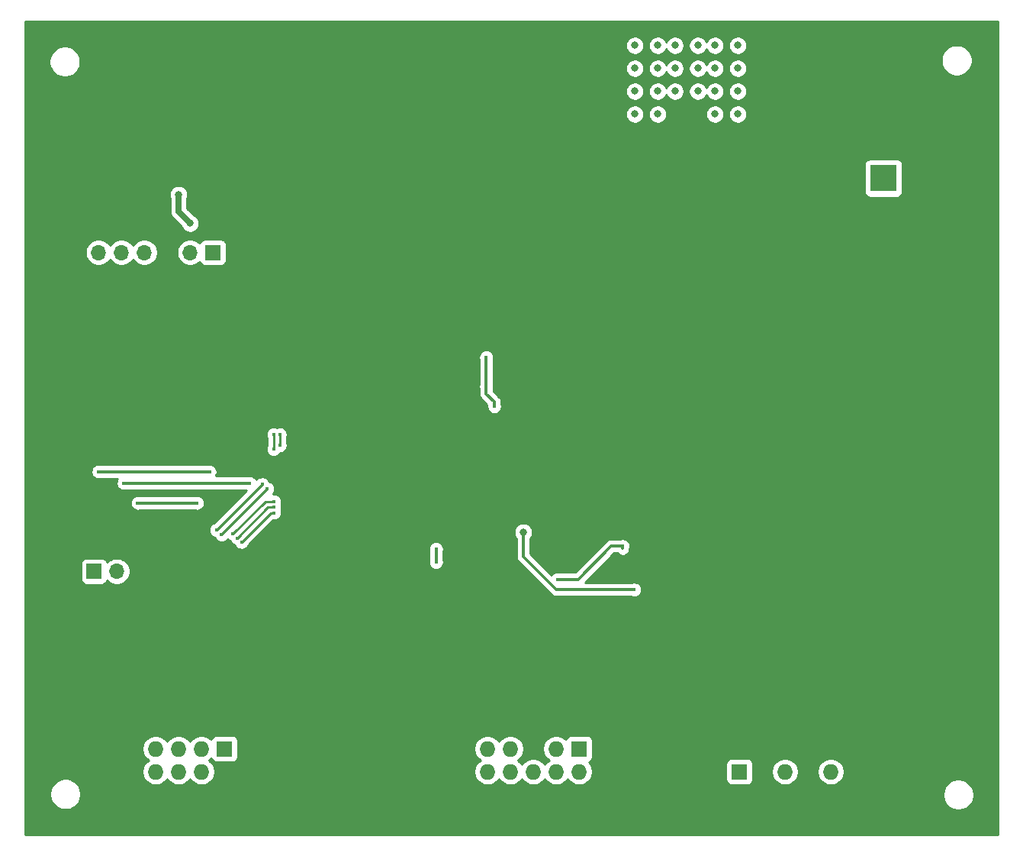
<source format=gbr>
G04 #@! TF.GenerationSoftware,KiCad,Pcbnew,5.1.5-52549c5~84~ubuntu18.04.1*
G04 #@! TF.CreationDate,2020-03-15T18:43:17+00:00*
G04 #@! TF.ProjectId,FunctionGeneratorCortexM4,46756e63-7469-46f6-9e47-656e65726174,B*
G04 #@! TF.SameCoordinates,Original*
G04 #@! TF.FileFunction,Copper,L2,Bot*
G04 #@! TF.FilePolarity,Positive*
%FSLAX46Y46*%
G04 Gerber Fmt 4.6, Leading zero omitted, Abs format (unit mm)*
G04 Created by KiCad (PCBNEW 5.1.5-52549c5~84~ubuntu18.04.1) date 2020-03-15 18:43:17*
%MOMM*%
%LPD*%
G04 APERTURE LIST*
%ADD10O,1.727200X1.727200*%
%ADD11R,1.727200X1.727200*%
%ADD12O,1.700000X1.700000*%
%ADD13R,1.700000X1.700000*%
%ADD14R,3.000000X3.000000*%
%ADD15C,3.000000*%
%ADD16C,0.400000*%
%ADD17C,0.800000*%
%ADD18C,0.300000*%
%ADD19C,0.650000*%
%ADD20C,0.250000*%
%ADD21C,0.254000*%
G04 APERTURE END LIST*
D10*
X187960000Y-124460000D03*
X187960000Y-127000000D03*
X185420000Y-124460000D03*
X185420000Y-127000000D03*
X182880000Y-124460000D03*
X182880000Y-127000000D03*
X180340000Y-124460000D03*
X180340000Y-127000000D03*
X177800000Y-124460000D03*
D11*
X177800000Y-127000000D03*
D10*
X147320000Y-127000000D03*
X147320000Y-124460000D03*
X149860000Y-127000000D03*
X149860000Y-124460000D03*
X152400000Y-127000000D03*
X152400000Y-124460000D03*
X154940000Y-127000000D03*
X154940000Y-124460000D03*
X157480000Y-127000000D03*
X157480000Y-124460000D03*
X160020000Y-127000000D03*
D11*
X160020000Y-124460000D03*
D12*
X108712000Y-104775000D03*
D13*
X106172000Y-104775000D03*
D10*
X113030000Y-127000000D03*
X113030000Y-124460000D03*
X115570000Y-127000000D03*
X115570000Y-124460000D03*
X118110000Y-127000000D03*
X118110000Y-124460000D03*
X120650000Y-127000000D03*
D11*
X120650000Y-124460000D03*
D12*
X106680000Y-69418200D03*
X109220000Y-69418200D03*
X111760000Y-69418200D03*
X114300000Y-69418200D03*
X116840000Y-69418200D03*
D13*
X119380000Y-69418200D03*
D14*
X193800000Y-61200000D03*
D15*
X193800000Y-56120000D03*
D16*
X118999000Y-93726000D03*
X106680000Y-93726000D03*
X109474000Y-94996000D03*
X123444000Y-94996000D03*
D17*
X115570000Y-63017400D03*
X116840000Y-66192400D03*
D16*
X122047000Y-101092000D03*
X126174500Y-97663000D03*
X117627400Y-97205800D03*
X111023400Y-97205800D03*
X144145000Y-102298500D03*
X144145000Y-103759000D03*
D17*
X116078000Y-50952400D03*
X141693900Y-63728600D03*
X109093000Y-101219000D03*
D16*
X119432000Y-97280000D03*
X123444000Y-86614000D03*
D17*
X181537000Y-51118000D03*
X160502800Y-112983000D03*
X177307000Y-60800000D03*
X157700000Y-48500000D03*
X135966200Y-51308000D03*
D16*
X127762000Y-86106000D03*
X119380000Y-86106000D03*
D17*
X134086600Y-81584800D03*
D16*
X133223000Y-90741500D03*
X130759200Y-92735400D03*
D17*
X138684000Y-90881200D03*
X164338000Y-94726800D03*
X134289800Y-64376300D03*
X129349500Y-52870100D03*
X148336000Y-100075996D03*
X145884900Y-65405000D03*
X146408100Y-71739800D03*
X174310000Y-88707000D03*
X173736000Y-82423000D03*
X178598500Y-91784500D03*
X193675000Y-85344000D03*
X181610000Y-98679000D03*
X183261000Y-86487000D03*
X183007000Y-74422000D03*
D16*
X165468300Y-100584000D03*
D17*
X156935500Y-100293500D03*
D16*
X153797000Y-108204000D03*
D17*
X160310500Y-100992000D03*
X155575000Y-95237300D03*
D16*
X153593800Y-86499720D03*
D17*
X161544000Y-78739996D03*
D16*
X150456900Y-77597000D03*
D17*
X169545000Y-61595000D03*
X166243000Y-60579000D03*
X160274000Y-88201500D03*
X171577000Y-88709500D03*
X164401500Y-97155000D03*
X143662400Y-71755000D03*
X143002000Y-60071000D03*
X142938500Y-56032400D03*
D16*
X120789700Y-107378500D03*
X129286000Y-101155500D03*
X119888000Y-111506000D03*
X155930600Y-70573900D03*
D17*
X149860000Y-75692000D03*
X177637000Y-54090000D03*
X177637000Y-51550000D03*
X177637000Y-49010000D03*
X177637000Y-46470000D03*
X166207000Y-54090000D03*
X166207000Y-51550000D03*
X166207000Y-49010000D03*
X166207000Y-46470000D03*
X168747000Y-46470000D03*
X168747000Y-49010000D03*
X168747000Y-51550000D03*
X168747000Y-54090000D03*
X175097000Y-54090000D03*
X175097000Y-51550000D03*
X175097000Y-49010000D03*
X175097000Y-46470000D03*
X170652000Y-49010000D03*
X170652000Y-46470000D03*
X173192000Y-46470000D03*
X173192000Y-49010000D03*
X173192000Y-51550000D03*
X170652000Y-51550000D03*
D16*
X157607000Y-105664002D03*
X164846000Y-101981004D03*
X149707890Y-84282000D03*
X150609300Y-86487000D03*
X149707890Y-81038990D03*
X121602500Y-100647500D03*
X126174500Y-97028000D03*
X122555000Y-101536500D03*
X126174500Y-98298000D03*
X166128700Y-106807000D03*
D17*
X153809700Y-100444302D03*
D16*
X120332500Y-100711000D03*
X125412500Y-95631000D03*
X126809500Y-89598500D03*
X126809500Y-90805000D03*
X126111000Y-89598500D03*
X126111000Y-91249500D03*
X119761000Y-100203000D03*
X124841000Y-95123000D03*
D18*
X118999000Y-93726000D02*
X106680000Y-93726000D01*
X123444000Y-94996000D02*
X109474000Y-94996000D01*
D19*
X115570000Y-63017400D02*
X115570000Y-64922400D01*
X115570000Y-64922400D02*
X116840000Y-66192400D01*
D20*
X125476000Y-97663000D02*
X126174500Y-97663000D01*
X122047000Y-101092000D02*
X125476000Y-97663000D01*
D18*
X117627400Y-97205800D02*
X111023400Y-97205800D01*
X144145000Y-102298500D02*
X144145000Y-103759000D01*
X164846000Y-102263846D02*
X164846000Y-101981004D01*
X163575996Y-101981004D02*
X164846000Y-101981004D01*
X159892998Y-105664002D02*
X163575996Y-101981004D01*
X157607000Y-105664002D02*
X159892998Y-105664002D01*
X149707890Y-85102990D02*
X150609300Y-86004400D01*
X150609300Y-86004400D02*
X150609300Y-86487000D01*
X149707890Y-84282000D02*
X149707890Y-85102990D01*
X149707890Y-84282000D02*
X149707890Y-81038990D01*
D20*
X125222000Y-97028000D02*
X126174500Y-97028000D01*
X121602500Y-100647500D02*
X125222000Y-97028000D01*
X125793500Y-98298000D02*
X126174500Y-98298000D01*
X122555000Y-101536500D02*
X125793500Y-98298000D01*
D18*
X166128700Y-106807000D02*
X157480000Y-106807000D01*
X157480000Y-106807000D02*
X153809700Y-103136700D01*
X153809700Y-103136700D02*
X153809700Y-100727144D01*
X153809700Y-100727144D02*
X153809700Y-100444302D01*
D20*
X120332500Y-100711000D02*
X125412500Y-95631000D01*
X126809500Y-90805000D02*
X126809500Y-89598500D01*
X126111000Y-91249500D02*
X126111000Y-89598500D01*
X124841000Y-95123000D02*
X119761000Y-100203000D01*
D21*
G36*
X206477001Y-133960000D02*
G01*
X98577000Y-133960000D01*
X98577000Y-129305617D01*
X101262000Y-129305617D01*
X101262000Y-129647383D01*
X101328675Y-129982581D01*
X101459463Y-130298331D01*
X101649337Y-130582498D01*
X101891002Y-130824163D01*
X102175169Y-131014037D01*
X102490919Y-131144825D01*
X102826117Y-131211500D01*
X103167883Y-131211500D01*
X103503081Y-131144825D01*
X103818831Y-131014037D01*
X104102998Y-130824163D01*
X104344663Y-130582498D01*
X104534537Y-130298331D01*
X104665325Y-129982581D01*
X104732000Y-129647383D01*
X104732000Y-129369117D01*
X200385500Y-129369117D01*
X200385500Y-129710883D01*
X200452175Y-130046081D01*
X200582963Y-130361831D01*
X200772837Y-130645998D01*
X201014502Y-130887663D01*
X201298669Y-131077537D01*
X201614419Y-131208325D01*
X201949617Y-131275000D01*
X202291383Y-131275000D01*
X202626581Y-131208325D01*
X202942331Y-131077537D01*
X203226498Y-130887663D01*
X203468163Y-130645998D01*
X203658037Y-130361831D01*
X203788825Y-130046081D01*
X203855500Y-129710883D01*
X203855500Y-129369117D01*
X203788825Y-129033919D01*
X203658037Y-128718169D01*
X203468163Y-128434002D01*
X203226498Y-128192337D01*
X202942331Y-128002463D01*
X202626581Y-127871675D01*
X202291383Y-127805000D01*
X201949617Y-127805000D01*
X201614419Y-127871675D01*
X201298669Y-128002463D01*
X201014502Y-128192337D01*
X200772837Y-128434002D01*
X200582963Y-128718169D01*
X200452175Y-129033919D01*
X200385500Y-129369117D01*
X104732000Y-129369117D01*
X104732000Y-129305617D01*
X104665325Y-128970419D01*
X104534537Y-128654669D01*
X104344663Y-128370502D01*
X104102998Y-128128837D01*
X103818831Y-127938963D01*
X103503081Y-127808175D01*
X103167883Y-127741500D01*
X102826117Y-127741500D01*
X102490919Y-127808175D01*
X102175169Y-127938963D01*
X101891002Y-128128837D01*
X101649337Y-128370502D01*
X101459463Y-128654669D01*
X101328675Y-128970419D01*
X101262000Y-129305617D01*
X98577000Y-129305617D01*
X98577000Y-124312401D01*
X111531400Y-124312401D01*
X111531400Y-124607599D01*
X111588990Y-124897125D01*
X111701958Y-125169853D01*
X111865961Y-125415302D01*
X112074698Y-125624039D01*
X112233281Y-125730000D01*
X112074698Y-125835961D01*
X111865961Y-126044698D01*
X111701958Y-126290147D01*
X111588990Y-126562875D01*
X111531400Y-126852401D01*
X111531400Y-127147599D01*
X111588990Y-127437125D01*
X111701958Y-127709853D01*
X111865961Y-127955302D01*
X112074698Y-128164039D01*
X112320147Y-128328042D01*
X112592875Y-128441010D01*
X112882401Y-128498600D01*
X113177599Y-128498600D01*
X113467125Y-128441010D01*
X113739853Y-128328042D01*
X113985302Y-128164039D01*
X114194039Y-127955302D01*
X114300000Y-127796719D01*
X114405961Y-127955302D01*
X114614698Y-128164039D01*
X114860147Y-128328042D01*
X115132875Y-128441010D01*
X115422401Y-128498600D01*
X115717599Y-128498600D01*
X116007125Y-128441010D01*
X116279853Y-128328042D01*
X116525302Y-128164039D01*
X116734039Y-127955302D01*
X116840000Y-127796719D01*
X116945961Y-127955302D01*
X117154698Y-128164039D01*
X117400147Y-128328042D01*
X117672875Y-128441010D01*
X117962401Y-128498600D01*
X118257599Y-128498600D01*
X118547125Y-128441010D01*
X118819853Y-128328042D01*
X119065302Y-128164039D01*
X119274039Y-127955302D01*
X119438042Y-127709853D01*
X119551010Y-127437125D01*
X119608600Y-127147599D01*
X119608600Y-126852401D01*
X119551010Y-126562875D01*
X119438042Y-126290147D01*
X119274039Y-126044698D01*
X119065302Y-125835961D01*
X118906719Y-125730000D01*
X119065302Y-125624039D01*
X119179364Y-125509977D01*
X119196898Y-125567780D01*
X119255863Y-125678094D01*
X119335215Y-125774785D01*
X119431906Y-125854137D01*
X119542220Y-125913102D01*
X119661918Y-125949412D01*
X119786400Y-125961672D01*
X121513600Y-125961672D01*
X121638082Y-125949412D01*
X121757780Y-125913102D01*
X121868094Y-125854137D01*
X121964785Y-125774785D01*
X122044137Y-125678094D01*
X122103102Y-125567780D01*
X122139412Y-125448082D01*
X122151672Y-125323600D01*
X122151672Y-124312401D01*
X148361400Y-124312401D01*
X148361400Y-124607599D01*
X148418990Y-124897125D01*
X148531958Y-125169853D01*
X148695961Y-125415302D01*
X148904698Y-125624039D01*
X149063281Y-125730000D01*
X148904698Y-125835961D01*
X148695961Y-126044698D01*
X148531958Y-126290147D01*
X148418990Y-126562875D01*
X148361400Y-126852401D01*
X148361400Y-127147599D01*
X148418990Y-127437125D01*
X148531958Y-127709853D01*
X148695961Y-127955302D01*
X148904698Y-128164039D01*
X149150147Y-128328042D01*
X149422875Y-128441010D01*
X149712401Y-128498600D01*
X150007599Y-128498600D01*
X150297125Y-128441010D01*
X150569853Y-128328042D01*
X150815302Y-128164039D01*
X151024039Y-127955302D01*
X151130000Y-127796719D01*
X151235961Y-127955302D01*
X151444698Y-128164039D01*
X151690147Y-128328042D01*
X151962875Y-128441010D01*
X152252401Y-128498600D01*
X152547599Y-128498600D01*
X152837125Y-128441010D01*
X153109853Y-128328042D01*
X153355302Y-128164039D01*
X153564039Y-127955302D01*
X153670000Y-127796719D01*
X153775961Y-127955302D01*
X153984698Y-128164039D01*
X154230147Y-128328042D01*
X154502875Y-128441010D01*
X154792401Y-128498600D01*
X155087599Y-128498600D01*
X155377125Y-128441010D01*
X155649853Y-128328042D01*
X155895302Y-128164039D01*
X156104039Y-127955302D01*
X156210000Y-127796719D01*
X156315961Y-127955302D01*
X156524698Y-128164039D01*
X156770147Y-128328042D01*
X157042875Y-128441010D01*
X157332401Y-128498600D01*
X157627599Y-128498600D01*
X157917125Y-128441010D01*
X158189853Y-128328042D01*
X158435302Y-128164039D01*
X158644039Y-127955302D01*
X158750000Y-127796719D01*
X158855961Y-127955302D01*
X159064698Y-128164039D01*
X159310147Y-128328042D01*
X159582875Y-128441010D01*
X159872401Y-128498600D01*
X160167599Y-128498600D01*
X160457125Y-128441010D01*
X160729853Y-128328042D01*
X160975302Y-128164039D01*
X161184039Y-127955302D01*
X161348042Y-127709853D01*
X161461010Y-127437125D01*
X161518600Y-127147599D01*
X161518600Y-126852401D01*
X161461010Y-126562875D01*
X161348042Y-126290147D01*
X161245313Y-126136400D01*
X176298328Y-126136400D01*
X176298328Y-127863600D01*
X176310588Y-127988082D01*
X176346898Y-128107780D01*
X176405863Y-128218094D01*
X176485215Y-128314785D01*
X176581906Y-128394137D01*
X176692220Y-128453102D01*
X176811918Y-128489412D01*
X176936400Y-128501672D01*
X178663600Y-128501672D01*
X178788082Y-128489412D01*
X178907780Y-128453102D01*
X179018094Y-128394137D01*
X179114785Y-128314785D01*
X179194137Y-128218094D01*
X179253102Y-128107780D01*
X179289412Y-127988082D01*
X179301672Y-127863600D01*
X179301672Y-126852401D01*
X181381400Y-126852401D01*
X181381400Y-127147599D01*
X181438990Y-127437125D01*
X181551958Y-127709853D01*
X181715961Y-127955302D01*
X181924698Y-128164039D01*
X182170147Y-128328042D01*
X182442875Y-128441010D01*
X182732401Y-128498600D01*
X183027599Y-128498600D01*
X183317125Y-128441010D01*
X183589853Y-128328042D01*
X183835302Y-128164039D01*
X184044039Y-127955302D01*
X184208042Y-127709853D01*
X184321010Y-127437125D01*
X184378600Y-127147599D01*
X184378600Y-126852401D01*
X186461400Y-126852401D01*
X186461400Y-127147599D01*
X186518990Y-127437125D01*
X186631958Y-127709853D01*
X186795961Y-127955302D01*
X187004698Y-128164039D01*
X187250147Y-128328042D01*
X187522875Y-128441010D01*
X187812401Y-128498600D01*
X188107599Y-128498600D01*
X188397125Y-128441010D01*
X188669853Y-128328042D01*
X188915302Y-128164039D01*
X189124039Y-127955302D01*
X189288042Y-127709853D01*
X189401010Y-127437125D01*
X189458600Y-127147599D01*
X189458600Y-126852401D01*
X189401010Y-126562875D01*
X189288042Y-126290147D01*
X189124039Y-126044698D01*
X188915302Y-125835961D01*
X188669853Y-125671958D01*
X188397125Y-125558990D01*
X188107599Y-125501400D01*
X187812401Y-125501400D01*
X187522875Y-125558990D01*
X187250147Y-125671958D01*
X187004698Y-125835961D01*
X186795961Y-126044698D01*
X186631958Y-126290147D01*
X186518990Y-126562875D01*
X186461400Y-126852401D01*
X184378600Y-126852401D01*
X184321010Y-126562875D01*
X184208042Y-126290147D01*
X184044039Y-126044698D01*
X183835302Y-125835961D01*
X183589853Y-125671958D01*
X183317125Y-125558990D01*
X183027599Y-125501400D01*
X182732401Y-125501400D01*
X182442875Y-125558990D01*
X182170147Y-125671958D01*
X181924698Y-125835961D01*
X181715961Y-126044698D01*
X181551958Y-126290147D01*
X181438990Y-126562875D01*
X181381400Y-126852401D01*
X179301672Y-126852401D01*
X179301672Y-126136400D01*
X179289412Y-126011918D01*
X179253102Y-125892220D01*
X179194137Y-125781906D01*
X179114785Y-125685215D01*
X179018094Y-125605863D01*
X178907780Y-125546898D01*
X178788082Y-125510588D01*
X178663600Y-125498328D01*
X176936400Y-125498328D01*
X176811918Y-125510588D01*
X176692220Y-125546898D01*
X176581906Y-125605863D01*
X176485215Y-125685215D01*
X176405863Y-125781906D01*
X176346898Y-125892220D01*
X176310588Y-126011918D01*
X176298328Y-126136400D01*
X161245313Y-126136400D01*
X161184039Y-126044698D01*
X161069977Y-125930636D01*
X161127780Y-125913102D01*
X161238094Y-125854137D01*
X161334785Y-125774785D01*
X161414137Y-125678094D01*
X161473102Y-125567780D01*
X161509412Y-125448082D01*
X161521672Y-125323600D01*
X161521672Y-123596400D01*
X161509412Y-123471918D01*
X161473102Y-123352220D01*
X161414137Y-123241906D01*
X161334785Y-123145215D01*
X161238094Y-123065863D01*
X161127780Y-123006898D01*
X161008082Y-122970588D01*
X160883600Y-122958328D01*
X159156400Y-122958328D01*
X159031918Y-122970588D01*
X158912220Y-123006898D01*
X158801906Y-123065863D01*
X158705215Y-123145215D01*
X158625863Y-123241906D01*
X158566898Y-123352220D01*
X158549364Y-123410023D01*
X158435302Y-123295961D01*
X158189853Y-123131958D01*
X157917125Y-123018990D01*
X157627599Y-122961400D01*
X157332401Y-122961400D01*
X157042875Y-123018990D01*
X156770147Y-123131958D01*
X156524698Y-123295961D01*
X156315961Y-123504698D01*
X156151958Y-123750147D01*
X156038990Y-124022875D01*
X155981400Y-124312401D01*
X155981400Y-124607599D01*
X156038990Y-124897125D01*
X156151958Y-125169853D01*
X156315961Y-125415302D01*
X156524698Y-125624039D01*
X156683281Y-125730000D01*
X156524698Y-125835961D01*
X156315961Y-126044698D01*
X156210000Y-126203281D01*
X156104039Y-126044698D01*
X155895302Y-125835961D01*
X155649853Y-125671958D01*
X155377125Y-125558990D01*
X155087599Y-125501400D01*
X154792401Y-125501400D01*
X154502875Y-125558990D01*
X154230147Y-125671958D01*
X153984698Y-125835961D01*
X153775961Y-126044698D01*
X153670000Y-126203281D01*
X153564039Y-126044698D01*
X153355302Y-125835961D01*
X153196719Y-125730000D01*
X153355302Y-125624039D01*
X153564039Y-125415302D01*
X153728042Y-125169853D01*
X153841010Y-124897125D01*
X153898600Y-124607599D01*
X153898600Y-124312401D01*
X153841010Y-124022875D01*
X153728042Y-123750147D01*
X153564039Y-123504698D01*
X153355302Y-123295961D01*
X153109853Y-123131958D01*
X152837125Y-123018990D01*
X152547599Y-122961400D01*
X152252401Y-122961400D01*
X151962875Y-123018990D01*
X151690147Y-123131958D01*
X151444698Y-123295961D01*
X151235961Y-123504698D01*
X151130000Y-123663281D01*
X151024039Y-123504698D01*
X150815302Y-123295961D01*
X150569853Y-123131958D01*
X150297125Y-123018990D01*
X150007599Y-122961400D01*
X149712401Y-122961400D01*
X149422875Y-123018990D01*
X149150147Y-123131958D01*
X148904698Y-123295961D01*
X148695961Y-123504698D01*
X148531958Y-123750147D01*
X148418990Y-124022875D01*
X148361400Y-124312401D01*
X122151672Y-124312401D01*
X122151672Y-123596400D01*
X122139412Y-123471918D01*
X122103102Y-123352220D01*
X122044137Y-123241906D01*
X121964785Y-123145215D01*
X121868094Y-123065863D01*
X121757780Y-123006898D01*
X121638082Y-122970588D01*
X121513600Y-122958328D01*
X119786400Y-122958328D01*
X119661918Y-122970588D01*
X119542220Y-123006898D01*
X119431906Y-123065863D01*
X119335215Y-123145215D01*
X119255863Y-123241906D01*
X119196898Y-123352220D01*
X119179364Y-123410023D01*
X119065302Y-123295961D01*
X118819853Y-123131958D01*
X118547125Y-123018990D01*
X118257599Y-122961400D01*
X117962401Y-122961400D01*
X117672875Y-123018990D01*
X117400147Y-123131958D01*
X117154698Y-123295961D01*
X116945961Y-123504698D01*
X116840000Y-123663281D01*
X116734039Y-123504698D01*
X116525302Y-123295961D01*
X116279853Y-123131958D01*
X116007125Y-123018990D01*
X115717599Y-122961400D01*
X115422401Y-122961400D01*
X115132875Y-123018990D01*
X114860147Y-123131958D01*
X114614698Y-123295961D01*
X114405961Y-123504698D01*
X114300000Y-123663281D01*
X114194039Y-123504698D01*
X113985302Y-123295961D01*
X113739853Y-123131958D01*
X113467125Y-123018990D01*
X113177599Y-122961400D01*
X112882401Y-122961400D01*
X112592875Y-123018990D01*
X112320147Y-123131958D01*
X112074698Y-123295961D01*
X111865961Y-123504698D01*
X111701958Y-123750147D01*
X111588990Y-124022875D01*
X111531400Y-124312401D01*
X98577000Y-124312401D01*
X98577000Y-103925000D01*
X104683928Y-103925000D01*
X104683928Y-105625000D01*
X104696188Y-105749482D01*
X104732498Y-105869180D01*
X104791463Y-105979494D01*
X104870815Y-106076185D01*
X104967506Y-106155537D01*
X105077820Y-106214502D01*
X105197518Y-106250812D01*
X105322000Y-106263072D01*
X107022000Y-106263072D01*
X107146482Y-106250812D01*
X107266180Y-106214502D01*
X107376494Y-106155537D01*
X107473185Y-106076185D01*
X107552537Y-105979494D01*
X107611502Y-105869180D01*
X107633513Y-105796620D01*
X107765368Y-105928475D01*
X108008589Y-106090990D01*
X108278842Y-106202932D01*
X108565740Y-106260000D01*
X108858260Y-106260000D01*
X109145158Y-106202932D01*
X109415411Y-106090990D01*
X109658632Y-105928475D01*
X109865475Y-105721632D01*
X110027990Y-105478411D01*
X110139932Y-105208158D01*
X110197000Y-104921260D01*
X110197000Y-104628740D01*
X110139932Y-104341842D01*
X110027990Y-104071589D01*
X109865475Y-103828368D01*
X109658632Y-103621525D01*
X109415411Y-103459010D01*
X109145158Y-103347068D01*
X108858260Y-103290000D01*
X108565740Y-103290000D01*
X108278842Y-103347068D01*
X108008589Y-103459010D01*
X107765368Y-103621525D01*
X107633513Y-103753380D01*
X107611502Y-103680820D01*
X107552537Y-103570506D01*
X107473185Y-103473815D01*
X107376494Y-103394463D01*
X107266180Y-103335498D01*
X107146482Y-103299188D01*
X107022000Y-103286928D01*
X105322000Y-103286928D01*
X105197518Y-103299188D01*
X105077820Y-103335498D01*
X104967506Y-103394463D01*
X104870815Y-103473815D01*
X104791463Y-103570506D01*
X104732498Y-103680820D01*
X104696188Y-103800518D01*
X104683928Y-103925000D01*
X98577000Y-103925000D01*
X98577000Y-97123560D01*
X110188400Y-97123560D01*
X110188400Y-97288040D01*
X110220489Y-97449360D01*
X110283433Y-97601321D01*
X110374813Y-97738081D01*
X110491119Y-97854387D01*
X110627879Y-97945767D01*
X110779840Y-98008711D01*
X110941160Y-98040800D01*
X111105640Y-98040800D01*
X111266960Y-98008711D01*
X111310201Y-97990800D01*
X117340599Y-97990800D01*
X117383840Y-98008711D01*
X117545160Y-98040800D01*
X117709640Y-98040800D01*
X117870960Y-98008711D01*
X118022921Y-97945767D01*
X118159681Y-97854387D01*
X118275987Y-97738081D01*
X118367367Y-97601321D01*
X118430311Y-97449360D01*
X118462400Y-97288040D01*
X118462400Y-97123560D01*
X118430311Y-96962240D01*
X118367367Y-96810279D01*
X118275987Y-96673519D01*
X118159681Y-96557213D01*
X118022921Y-96465833D01*
X117870960Y-96402889D01*
X117709640Y-96370800D01*
X117545160Y-96370800D01*
X117383840Y-96402889D01*
X117340599Y-96420800D01*
X111310201Y-96420800D01*
X111266960Y-96402889D01*
X111105640Y-96370800D01*
X110941160Y-96370800D01*
X110779840Y-96402889D01*
X110627879Y-96465833D01*
X110491119Y-96557213D01*
X110374813Y-96673519D01*
X110283433Y-96810279D01*
X110220489Y-96962240D01*
X110188400Y-97123560D01*
X98577000Y-97123560D01*
X98577000Y-93643760D01*
X105845000Y-93643760D01*
X105845000Y-93808240D01*
X105877089Y-93969560D01*
X105940033Y-94121521D01*
X106031413Y-94258281D01*
X106147719Y-94374587D01*
X106284479Y-94465967D01*
X106436440Y-94528911D01*
X106597760Y-94561000D01*
X106762240Y-94561000D01*
X106923560Y-94528911D01*
X106966801Y-94511000D01*
X108793821Y-94511000D01*
X108734033Y-94600479D01*
X108671089Y-94752440D01*
X108639000Y-94913760D01*
X108639000Y-95078240D01*
X108671089Y-95239560D01*
X108734033Y-95391521D01*
X108825413Y-95528281D01*
X108941719Y-95644587D01*
X109078479Y-95735967D01*
X109230440Y-95798911D01*
X109391760Y-95831000D01*
X109556240Y-95831000D01*
X109717560Y-95798911D01*
X109760801Y-95781000D01*
X123108198Y-95781000D01*
X119469078Y-99420121D01*
X119365479Y-99463033D01*
X119228719Y-99554413D01*
X119112413Y-99670719D01*
X119021033Y-99807479D01*
X118958089Y-99959440D01*
X118926000Y-100120760D01*
X118926000Y-100285240D01*
X118958089Y-100446560D01*
X119021033Y-100598521D01*
X119112413Y-100735281D01*
X119228719Y-100851587D01*
X119365479Y-100942967D01*
X119517440Y-101005911D01*
X119553860Y-101013155D01*
X119592533Y-101106521D01*
X119683913Y-101243281D01*
X119800219Y-101359587D01*
X119936979Y-101450967D01*
X120088940Y-101513911D01*
X120250260Y-101546000D01*
X120414740Y-101546000D01*
X120576060Y-101513911D01*
X120728021Y-101450967D01*
X120864781Y-101359587D01*
X120981087Y-101243281D01*
X120995637Y-101221505D01*
X121070219Y-101296087D01*
X121206979Y-101387467D01*
X121277728Y-101416772D01*
X121307033Y-101487521D01*
X121398413Y-101624281D01*
X121514719Y-101740587D01*
X121651479Y-101831967D01*
X121798879Y-101893022D01*
X121815033Y-101932021D01*
X121906413Y-102068781D01*
X122022719Y-102185087D01*
X122159479Y-102276467D01*
X122311440Y-102339411D01*
X122472760Y-102371500D01*
X122637240Y-102371500D01*
X122798560Y-102339411D01*
X122950521Y-102276467D01*
X123040627Y-102216260D01*
X143310000Y-102216260D01*
X143310000Y-102380740D01*
X143342089Y-102542060D01*
X143360000Y-102585302D01*
X143360001Y-103472197D01*
X143342089Y-103515440D01*
X143310000Y-103676760D01*
X143310000Y-103841240D01*
X143342089Y-104002560D01*
X143405033Y-104154521D01*
X143496413Y-104291281D01*
X143612719Y-104407587D01*
X143749479Y-104498967D01*
X143901440Y-104561911D01*
X144062760Y-104594000D01*
X144227240Y-104594000D01*
X144388560Y-104561911D01*
X144540521Y-104498967D01*
X144677281Y-104407587D01*
X144793587Y-104291281D01*
X144884967Y-104154521D01*
X144947911Y-104002560D01*
X144980000Y-103841240D01*
X144980000Y-103676760D01*
X144947911Y-103515440D01*
X144930000Y-103472199D01*
X144930000Y-102585301D01*
X144947911Y-102542060D01*
X144980000Y-102380740D01*
X144980000Y-102216260D01*
X144947911Y-102054940D01*
X144884967Y-101902979D01*
X144793587Y-101766219D01*
X144677281Y-101649913D01*
X144540521Y-101558533D01*
X144388560Y-101495589D01*
X144227240Y-101463500D01*
X144062760Y-101463500D01*
X143901440Y-101495589D01*
X143749479Y-101558533D01*
X143612719Y-101649913D01*
X143496413Y-101766219D01*
X143405033Y-101902979D01*
X143342089Y-102054940D01*
X143310000Y-102216260D01*
X123040627Y-102216260D01*
X123087281Y-102185087D01*
X123203587Y-102068781D01*
X123294967Y-101932021D01*
X123337879Y-101828422D01*
X124823938Y-100342363D01*
X152774700Y-100342363D01*
X152774700Y-100546241D01*
X152814474Y-100746200D01*
X152892495Y-100934558D01*
X153005763Y-101104076D01*
X153024701Y-101123014D01*
X153024700Y-103098147D01*
X153020903Y-103136700D01*
X153024700Y-103175253D01*
X153024700Y-103175260D01*
X153036059Y-103290586D01*
X153080946Y-103438559D01*
X153153838Y-103574932D01*
X153251936Y-103694464D01*
X153281890Y-103719047D01*
X156897658Y-107334816D01*
X156922236Y-107364764D01*
X156952184Y-107389342D01*
X156952187Y-107389345D01*
X156981559Y-107413450D01*
X157041767Y-107462862D01*
X157178140Y-107535754D01*
X157326113Y-107580641D01*
X157441439Y-107592000D01*
X157441446Y-107592000D01*
X157479999Y-107595797D01*
X157518552Y-107592000D01*
X165841899Y-107592000D01*
X165885140Y-107609911D01*
X166046460Y-107642000D01*
X166210940Y-107642000D01*
X166372260Y-107609911D01*
X166524221Y-107546967D01*
X166660981Y-107455587D01*
X166777287Y-107339281D01*
X166868667Y-107202521D01*
X166931611Y-107050560D01*
X166963700Y-106889240D01*
X166963700Y-106724760D01*
X166931611Y-106563440D01*
X166868667Y-106411479D01*
X166777287Y-106274719D01*
X166660981Y-106158413D01*
X166524221Y-106067033D01*
X166372260Y-106004089D01*
X166210940Y-105972000D01*
X166046460Y-105972000D01*
X165885140Y-106004089D01*
X165841899Y-106022000D01*
X160645157Y-106022000D01*
X163901153Y-102766004D01*
X164242601Y-102766004D01*
X164288236Y-102821610D01*
X164407767Y-102919708D01*
X164544140Y-102992600D01*
X164692113Y-103037487D01*
X164846000Y-103052644D01*
X164999886Y-103037487D01*
X165147859Y-102992600D01*
X165284232Y-102919708D01*
X165403764Y-102821610D01*
X165501862Y-102702079D01*
X165574754Y-102565706D01*
X165619641Y-102417733D01*
X165631000Y-102302407D01*
X165631000Y-102267805D01*
X165648911Y-102224564D01*
X165681000Y-102063244D01*
X165681000Y-101898764D01*
X165648911Y-101737444D01*
X165585967Y-101585483D01*
X165494587Y-101448723D01*
X165378281Y-101332417D01*
X165241521Y-101241037D01*
X165089560Y-101178093D01*
X164928240Y-101146004D01*
X164763760Y-101146004D01*
X164602440Y-101178093D01*
X164559199Y-101196004D01*
X163614552Y-101196004D01*
X163575996Y-101192207D01*
X163537440Y-101196004D01*
X163537435Y-101196004D01*
X163497022Y-101199984D01*
X163422109Y-101207362D01*
X163278253Y-101251001D01*
X163274136Y-101252250D01*
X163137763Y-101325142D01*
X163018232Y-101423240D01*
X162993649Y-101453194D01*
X159567841Y-104879002D01*
X157893801Y-104879002D01*
X157850560Y-104861091D01*
X157689240Y-104829002D01*
X157524760Y-104829002D01*
X157363440Y-104861091D01*
X157211479Y-104924035D01*
X157074719Y-105015415D01*
X156958413Y-105131721D01*
X156940976Y-105157818D01*
X154594700Y-102811543D01*
X154594700Y-101123013D01*
X154613637Y-101104076D01*
X154726905Y-100934558D01*
X154804926Y-100746200D01*
X154844700Y-100546241D01*
X154844700Y-100342363D01*
X154804926Y-100142404D01*
X154726905Y-99954046D01*
X154613637Y-99784528D01*
X154469474Y-99640365D01*
X154299956Y-99527097D01*
X154111598Y-99449076D01*
X153911639Y-99409302D01*
X153707761Y-99409302D01*
X153507802Y-99449076D01*
X153319444Y-99527097D01*
X153149926Y-99640365D01*
X153005763Y-99784528D01*
X152892495Y-99954046D01*
X152814474Y-100142404D01*
X152774700Y-100342363D01*
X124823938Y-100342363D01*
X126043084Y-99123218D01*
X126092260Y-99133000D01*
X126256740Y-99133000D01*
X126418060Y-99100911D01*
X126570021Y-99037967D01*
X126706781Y-98946587D01*
X126823087Y-98830281D01*
X126914467Y-98693521D01*
X126977411Y-98541560D01*
X127009500Y-98380240D01*
X127009500Y-98215760D01*
X126977411Y-98054440D01*
X126946784Y-97980500D01*
X126977411Y-97906560D01*
X127009500Y-97745240D01*
X127009500Y-97580760D01*
X126977411Y-97419440D01*
X126946784Y-97345500D01*
X126977411Y-97271560D01*
X127009500Y-97110240D01*
X127009500Y-96945760D01*
X126977411Y-96784440D01*
X126914467Y-96632479D01*
X126823087Y-96495719D01*
X126706781Y-96379413D01*
X126570021Y-96288033D01*
X126418060Y-96225089D01*
X126256740Y-96193000D01*
X126092260Y-96193000D01*
X126016248Y-96208120D01*
X126061087Y-96163281D01*
X126152467Y-96026521D01*
X126215411Y-95874560D01*
X126247500Y-95713240D01*
X126247500Y-95548760D01*
X126215411Y-95387440D01*
X126152467Y-95235479D01*
X126061087Y-95098719D01*
X125944781Y-94982413D01*
X125808021Y-94891033D01*
X125656060Y-94828089D01*
X125619640Y-94820845D01*
X125580967Y-94727479D01*
X125489587Y-94590719D01*
X125373281Y-94474413D01*
X125236521Y-94383033D01*
X125084560Y-94320089D01*
X124923240Y-94288000D01*
X124758760Y-94288000D01*
X124597440Y-94320089D01*
X124445479Y-94383033D01*
X124308719Y-94474413D01*
X124192413Y-94590719D01*
X124184704Y-94602257D01*
X124183967Y-94600479D01*
X124092587Y-94463719D01*
X123976281Y-94347413D01*
X123839521Y-94256033D01*
X123687560Y-94193089D01*
X123526240Y-94161000D01*
X123361760Y-94161000D01*
X123200440Y-94193089D01*
X123157199Y-94211000D01*
X119679179Y-94211000D01*
X119738967Y-94121521D01*
X119801911Y-93969560D01*
X119834000Y-93808240D01*
X119834000Y-93643760D01*
X119801911Y-93482440D01*
X119738967Y-93330479D01*
X119647587Y-93193719D01*
X119531281Y-93077413D01*
X119394521Y-92986033D01*
X119242560Y-92923089D01*
X119081240Y-92891000D01*
X118916760Y-92891000D01*
X118755440Y-92923089D01*
X118712199Y-92941000D01*
X106966801Y-92941000D01*
X106923560Y-92923089D01*
X106762240Y-92891000D01*
X106597760Y-92891000D01*
X106436440Y-92923089D01*
X106284479Y-92986033D01*
X106147719Y-93077413D01*
X106031413Y-93193719D01*
X105940033Y-93330479D01*
X105877089Y-93482440D01*
X105845000Y-93643760D01*
X98577000Y-93643760D01*
X98577000Y-89516260D01*
X125276000Y-89516260D01*
X125276000Y-89680740D01*
X125308089Y-89842060D01*
X125351001Y-89945659D01*
X125351000Y-90902343D01*
X125308089Y-91005940D01*
X125276000Y-91167260D01*
X125276000Y-91331740D01*
X125308089Y-91493060D01*
X125371033Y-91645021D01*
X125462413Y-91781781D01*
X125578719Y-91898087D01*
X125715479Y-91989467D01*
X125867440Y-92052411D01*
X126028760Y-92084500D01*
X126193240Y-92084500D01*
X126354560Y-92052411D01*
X126506521Y-91989467D01*
X126643281Y-91898087D01*
X126759587Y-91781781D01*
X126850967Y-91645021D01*
X126853047Y-91640000D01*
X126891740Y-91640000D01*
X127053060Y-91607911D01*
X127205021Y-91544967D01*
X127341781Y-91453587D01*
X127458087Y-91337281D01*
X127549467Y-91200521D01*
X127612411Y-91048560D01*
X127644500Y-90887240D01*
X127644500Y-90722760D01*
X127612411Y-90561440D01*
X127569500Y-90457843D01*
X127569500Y-89945657D01*
X127612411Y-89842060D01*
X127644500Y-89680740D01*
X127644500Y-89516260D01*
X127612411Y-89354940D01*
X127549467Y-89202979D01*
X127458087Y-89066219D01*
X127341781Y-88949913D01*
X127205021Y-88858533D01*
X127053060Y-88795589D01*
X126891740Y-88763500D01*
X126727260Y-88763500D01*
X126565940Y-88795589D01*
X126460250Y-88839367D01*
X126354560Y-88795589D01*
X126193240Y-88763500D01*
X126028760Y-88763500D01*
X125867440Y-88795589D01*
X125715479Y-88858533D01*
X125578719Y-88949913D01*
X125462413Y-89066219D01*
X125371033Y-89202979D01*
X125308089Y-89354940D01*
X125276000Y-89516260D01*
X98577000Y-89516260D01*
X98577000Y-80956750D01*
X148872890Y-80956750D01*
X148872890Y-81121230D01*
X148904979Y-81282550D01*
X148922891Y-81325793D01*
X148922890Y-83995199D01*
X148904979Y-84038440D01*
X148872890Y-84199760D01*
X148872890Y-84364240D01*
X148904979Y-84525560D01*
X148922890Y-84568801D01*
X148922890Y-85064437D01*
X148919093Y-85102990D01*
X148922890Y-85141543D01*
X148922890Y-85141551D01*
X148928283Y-85196298D01*
X148934249Y-85256876D01*
X148979136Y-85404849D01*
X148979137Y-85404850D01*
X149052029Y-85541223D01*
X149092580Y-85590634D01*
X149125545Y-85630802D01*
X149125549Y-85630806D01*
X149150127Y-85660754D01*
X149180075Y-85685332D01*
X149795073Y-86300330D01*
X149774300Y-86404760D01*
X149774300Y-86569240D01*
X149806389Y-86730560D01*
X149869333Y-86882521D01*
X149960713Y-87019281D01*
X150077019Y-87135587D01*
X150213779Y-87226967D01*
X150365740Y-87289911D01*
X150527060Y-87322000D01*
X150691540Y-87322000D01*
X150852860Y-87289911D01*
X151004821Y-87226967D01*
X151141581Y-87135587D01*
X151257887Y-87019281D01*
X151349267Y-86882521D01*
X151412211Y-86730560D01*
X151444300Y-86569240D01*
X151444300Y-86404760D01*
X151412211Y-86243440D01*
X151394300Y-86200199D01*
X151394300Y-86042952D01*
X151398097Y-86004399D01*
X151394300Y-85965846D01*
X151394300Y-85965839D01*
X151382941Y-85850513D01*
X151338054Y-85702540D01*
X151265162Y-85566167D01*
X151167064Y-85446636D01*
X151137117Y-85422059D01*
X150492890Y-84777833D01*
X150492890Y-84568801D01*
X150510801Y-84525560D01*
X150542890Y-84364240D01*
X150542890Y-84199760D01*
X150510801Y-84038440D01*
X150492890Y-83995199D01*
X150492890Y-81325791D01*
X150510801Y-81282550D01*
X150542890Y-81121230D01*
X150542890Y-80956750D01*
X150510801Y-80795430D01*
X150447857Y-80643469D01*
X150356477Y-80506709D01*
X150240171Y-80390403D01*
X150103411Y-80299023D01*
X149951450Y-80236079D01*
X149790130Y-80203990D01*
X149625650Y-80203990D01*
X149464330Y-80236079D01*
X149312369Y-80299023D01*
X149175609Y-80390403D01*
X149059303Y-80506709D01*
X148967923Y-80643469D01*
X148904979Y-80795430D01*
X148872890Y-80956750D01*
X98577000Y-80956750D01*
X98577000Y-69271940D01*
X105195000Y-69271940D01*
X105195000Y-69564460D01*
X105252068Y-69851358D01*
X105364010Y-70121611D01*
X105526525Y-70364832D01*
X105733368Y-70571675D01*
X105976589Y-70734190D01*
X106246842Y-70846132D01*
X106533740Y-70903200D01*
X106826260Y-70903200D01*
X107113158Y-70846132D01*
X107383411Y-70734190D01*
X107626632Y-70571675D01*
X107833475Y-70364832D01*
X107950000Y-70190440D01*
X108066525Y-70364832D01*
X108273368Y-70571675D01*
X108516589Y-70734190D01*
X108786842Y-70846132D01*
X109073740Y-70903200D01*
X109366260Y-70903200D01*
X109653158Y-70846132D01*
X109923411Y-70734190D01*
X110166632Y-70571675D01*
X110373475Y-70364832D01*
X110490000Y-70190440D01*
X110606525Y-70364832D01*
X110813368Y-70571675D01*
X111056589Y-70734190D01*
X111326842Y-70846132D01*
X111613740Y-70903200D01*
X111906260Y-70903200D01*
X112193158Y-70846132D01*
X112463411Y-70734190D01*
X112706632Y-70571675D01*
X112913475Y-70364832D01*
X113075990Y-70121611D01*
X113187932Y-69851358D01*
X113245000Y-69564460D01*
X113245000Y-69271940D01*
X115355000Y-69271940D01*
X115355000Y-69564460D01*
X115412068Y-69851358D01*
X115524010Y-70121611D01*
X115686525Y-70364832D01*
X115893368Y-70571675D01*
X116136589Y-70734190D01*
X116406842Y-70846132D01*
X116693740Y-70903200D01*
X116986260Y-70903200D01*
X117273158Y-70846132D01*
X117543411Y-70734190D01*
X117786632Y-70571675D01*
X117918487Y-70439820D01*
X117940498Y-70512380D01*
X117999463Y-70622694D01*
X118078815Y-70719385D01*
X118175506Y-70798737D01*
X118285820Y-70857702D01*
X118405518Y-70894012D01*
X118530000Y-70906272D01*
X120230000Y-70906272D01*
X120354482Y-70894012D01*
X120474180Y-70857702D01*
X120584494Y-70798737D01*
X120681185Y-70719385D01*
X120760537Y-70622694D01*
X120819502Y-70512380D01*
X120855812Y-70392682D01*
X120868072Y-70268200D01*
X120868072Y-68568200D01*
X120855812Y-68443718D01*
X120819502Y-68324020D01*
X120760537Y-68213706D01*
X120681185Y-68117015D01*
X120584494Y-68037663D01*
X120474180Y-67978698D01*
X120354482Y-67942388D01*
X120230000Y-67930128D01*
X118530000Y-67930128D01*
X118405518Y-67942388D01*
X118285820Y-67978698D01*
X118175506Y-68037663D01*
X118078815Y-68117015D01*
X117999463Y-68213706D01*
X117940498Y-68324020D01*
X117918487Y-68396580D01*
X117786632Y-68264725D01*
X117543411Y-68102210D01*
X117273158Y-67990268D01*
X116986260Y-67933200D01*
X116693740Y-67933200D01*
X116406842Y-67990268D01*
X116136589Y-68102210D01*
X115893368Y-68264725D01*
X115686525Y-68471568D01*
X115524010Y-68714789D01*
X115412068Y-68985042D01*
X115355000Y-69271940D01*
X113245000Y-69271940D01*
X113187932Y-68985042D01*
X113075990Y-68714789D01*
X112913475Y-68471568D01*
X112706632Y-68264725D01*
X112463411Y-68102210D01*
X112193158Y-67990268D01*
X111906260Y-67933200D01*
X111613740Y-67933200D01*
X111326842Y-67990268D01*
X111056589Y-68102210D01*
X110813368Y-68264725D01*
X110606525Y-68471568D01*
X110490000Y-68645960D01*
X110373475Y-68471568D01*
X110166632Y-68264725D01*
X109923411Y-68102210D01*
X109653158Y-67990268D01*
X109366260Y-67933200D01*
X109073740Y-67933200D01*
X108786842Y-67990268D01*
X108516589Y-68102210D01*
X108273368Y-68264725D01*
X108066525Y-68471568D01*
X107950000Y-68645960D01*
X107833475Y-68471568D01*
X107626632Y-68264725D01*
X107383411Y-68102210D01*
X107113158Y-67990268D01*
X106826260Y-67933200D01*
X106533740Y-67933200D01*
X106246842Y-67990268D01*
X105976589Y-68102210D01*
X105733368Y-68264725D01*
X105526525Y-68471568D01*
X105364010Y-68714789D01*
X105252068Y-68985042D01*
X105195000Y-69271940D01*
X98577000Y-69271940D01*
X98577000Y-62915461D01*
X114535000Y-62915461D01*
X114535000Y-63119339D01*
X114574774Y-63319298D01*
X114610000Y-63404341D01*
X114610001Y-64875238D01*
X114605356Y-64922400D01*
X114623891Y-65110592D01*
X114678784Y-65291553D01*
X114767927Y-65458328D01*
X114857829Y-65567873D01*
X114887894Y-65604507D01*
X114924526Y-65634570D01*
X115887569Y-66597614D01*
X115922795Y-66682656D01*
X116036063Y-66852174D01*
X116180226Y-66996337D01*
X116349744Y-67109605D01*
X116538102Y-67187626D01*
X116738061Y-67227400D01*
X116941939Y-67227400D01*
X117141898Y-67187626D01*
X117330256Y-67109605D01*
X117499774Y-66996337D01*
X117643937Y-66852174D01*
X117757205Y-66682656D01*
X117835226Y-66494298D01*
X117875000Y-66294339D01*
X117875000Y-66090461D01*
X117835226Y-65890502D01*
X117757205Y-65702144D01*
X117643937Y-65532626D01*
X117499774Y-65388463D01*
X117330256Y-65275195D01*
X117245214Y-65239969D01*
X116530000Y-64524756D01*
X116530000Y-63404340D01*
X116565226Y-63319298D01*
X116605000Y-63119339D01*
X116605000Y-62915461D01*
X116565226Y-62715502D01*
X116487205Y-62527144D01*
X116373937Y-62357626D01*
X116229774Y-62213463D01*
X116060256Y-62100195D01*
X115871898Y-62022174D01*
X115671939Y-61982400D01*
X115468061Y-61982400D01*
X115268102Y-62022174D01*
X115079744Y-62100195D01*
X114910226Y-62213463D01*
X114766063Y-62357626D01*
X114652795Y-62527144D01*
X114574774Y-62715502D01*
X114535000Y-62915461D01*
X98577000Y-62915461D01*
X98577000Y-59700000D01*
X191661928Y-59700000D01*
X191661928Y-62700000D01*
X191674188Y-62824482D01*
X191710498Y-62944180D01*
X191769463Y-63054494D01*
X191848815Y-63151185D01*
X191945506Y-63230537D01*
X192055820Y-63289502D01*
X192175518Y-63325812D01*
X192300000Y-63338072D01*
X195300000Y-63338072D01*
X195424482Y-63325812D01*
X195544180Y-63289502D01*
X195654494Y-63230537D01*
X195751185Y-63151185D01*
X195830537Y-63054494D01*
X195889502Y-62944180D01*
X195925812Y-62824482D01*
X195938072Y-62700000D01*
X195938072Y-59700000D01*
X195925812Y-59575518D01*
X195889502Y-59455820D01*
X195830537Y-59345506D01*
X195751185Y-59248815D01*
X195654494Y-59169463D01*
X195544180Y-59110498D01*
X195424482Y-59074188D01*
X195300000Y-59061928D01*
X192300000Y-59061928D01*
X192175518Y-59074188D01*
X192055820Y-59110498D01*
X191945506Y-59169463D01*
X191848815Y-59248815D01*
X191769463Y-59345506D01*
X191710498Y-59455820D01*
X191674188Y-59575518D01*
X191661928Y-59700000D01*
X98577000Y-59700000D01*
X98577000Y-53988061D01*
X165172000Y-53988061D01*
X165172000Y-54191939D01*
X165211774Y-54391898D01*
X165289795Y-54580256D01*
X165403063Y-54749774D01*
X165547226Y-54893937D01*
X165716744Y-55007205D01*
X165905102Y-55085226D01*
X166105061Y-55125000D01*
X166308939Y-55125000D01*
X166508898Y-55085226D01*
X166697256Y-55007205D01*
X166866774Y-54893937D01*
X167010937Y-54749774D01*
X167124205Y-54580256D01*
X167202226Y-54391898D01*
X167242000Y-54191939D01*
X167242000Y-53988061D01*
X167712000Y-53988061D01*
X167712000Y-54191939D01*
X167751774Y-54391898D01*
X167829795Y-54580256D01*
X167943063Y-54749774D01*
X168087226Y-54893937D01*
X168256744Y-55007205D01*
X168445102Y-55085226D01*
X168645061Y-55125000D01*
X168848939Y-55125000D01*
X169048898Y-55085226D01*
X169237256Y-55007205D01*
X169406774Y-54893937D01*
X169550937Y-54749774D01*
X169664205Y-54580256D01*
X169742226Y-54391898D01*
X169782000Y-54191939D01*
X169782000Y-53988061D01*
X174062000Y-53988061D01*
X174062000Y-54191939D01*
X174101774Y-54391898D01*
X174179795Y-54580256D01*
X174293063Y-54749774D01*
X174437226Y-54893937D01*
X174606744Y-55007205D01*
X174795102Y-55085226D01*
X174995061Y-55125000D01*
X175198939Y-55125000D01*
X175398898Y-55085226D01*
X175587256Y-55007205D01*
X175756774Y-54893937D01*
X175900937Y-54749774D01*
X176014205Y-54580256D01*
X176092226Y-54391898D01*
X176132000Y-54191939D01*
X176132000Y-53988061D01*
X176602000Y-53988061D01*
X176602000Y-54191939D01*
X176641774Y-54391898D01*
X176719795Y-54580256D01*
X176833063Y-54749774D01*
X176977226Y-54893937D01*
X177146744Y-55007205D01*
X177335102Y-55085226D01*
X177535061Y-55125000D01*
X177738939Y-55125000D01*
X177938898Y-55085226D01*
X178127256Y-55007205D01*
X178296774Y-54893937D01*
X178440937Y-54749774D01*
X178554205Y-54580256D01*
X178632226Y-54391898D01*
X178672000Y-54191939D01*
X178672000Y-53988061D01*
X178632226Y-53788102D01*
X178554205Y-53599744D01*
X178440937Y-53430226D01*
X178296774Y-53286063D01*
X178127256Y-53172795D01*
X177938898Y-53094774D01*
X177738939Y-53055000D01*
X177535061Y-53055000D01*
X177335102Y-53094774D01*
X177146744Y-53172795D01*
X176977226Y-53286063D01*
X176833063Y-53430226D01*
X176719795Y-53599744D01*
X176641774Y-53788102D01*
X176602000Y-53988061D01*
X176132000Y-53988061D01*
X176092226Y-53788102D01*
X176014205Y-53599744D01*
X175900937Y-53430226D01*
X175756774Y-53286063D01*
X175587256Y-53172795D01*
X175398898Y-53094774D01*
X175198939Y-53055000D01*
X174995061Y-53055000D01*
X174795102Y-53094774D01*
X174606744Y-53172795D01*
X174437226Y-53286063D01*
X174293063Y-53430226D01*
X174179795Y-53599744D01*
X174101774Y-53788102D01*
X174062000Y-53988061D01*
X169782000Y-53988061D01*
X169742226Y-53788102D01*
X169664205Y-53599744D01*
X169550937Y-53430226D01*
X169406774Y-53286063D01*
X169237256Y-53172795D01*
X169048898Y-53094774D01*
X168848939Y-53055000D01*
X168645061Y-53055000D01*
X168445102Y-53094774D01*
X168256744Y-53172795D01*
X168087226Y-53286063D01*
X167943063Y-53430226D01*
X167829795Y-53599744D01*
X167751774Y-53788102D01*
X167712000Y-53988061D01*
X167242000Y-53988061D01*
X167202226Y-53788102D01*
X167124205Y-53599744D01*
X167010937Y-53430226D01*
X166866774Y-53286063D01*
X166697256Y-53172795D01*
X166508898Y-53094774D01*
X166308939Y-53055000D01*
X166105061Y-53055000D01*
X165905102Y-53094774D01*
X165716744Y-53172795D01*
X165547226Y-53286063D01*
X165403063Y-53430226D01*
X165289795Y-53599744D01*
X165211774Y-53788102D01*
X165172000Y-53988061D01*
X98577000Y-53988061D01*
X98577000Y-51448061D01*
X165172000Y-51448061D01*
X165172000Y-51651939D01*
X165211774Y-51851898D01*
X165289795Y-52040256D01*
X165403063Y-52209774D01*
X165547226Y-52353937D01*
X165716744Y-52467205D01*
X165905102Y-52545226D01*
X166105061Y-52585000D01*
X166308939Y-52585000D01*
X166508898Y-52545226D01*
X166697256Y-52467205D01*
X166866774Y-52353937D01*
X167010937Y-52209774D01*
X167124205Y-52040256D01*
X167202226Y-51851898D01*
X167242000Y-51651939D01*
X167242000Y-51448061D01*
X167712000Y-51448061D01*
X167712000Y-51651939D01*
X167751774Y-51851898D01*
X167829795Y-52040256D01*
X167943063Y-52209774D01*
X168087226Y-52353937D01*
X168256744Y-52467205D01*
X168445102Y-52545226D01*
X168645061Y-52585000D01*
X168848939Y-52585000D01*
X169048898Y-52545226D01*
X169237256Y-52467205D01*
X169406774Y-52353937D01*
X169550937Y-52209774D01*
X169664205Y-52040256D01*
X169699500Y-51955047D01*
X169734795Y-52040256D01*
X169848063Y-52209774D01*
X169992226Y-52353937D01*
X170161744Y-52467205D01*
X170350102Y-52545226D01*
X170550061Y-52585000D01*
X170753939Y-52585000D01*
X170953898Y-52545226D01*
X171142256Y-52467205D01*
X171311774Y-52353937D01*
X171455937Y-52209774D01*
X171569205Y-52040256D01*
X171647226Y-51851898D01*
X171687000Y-51651939D01*
X171687000Y-51448061D01*
X172157000Y-51448061D01*
X172157000Y-51651939D01*
X172196774Y-51851898D01*
X172274795Y-52040256D01*
X172388063Y-52209774D01*
X172532226Y-52353937D01*
X172701744Y-52467205D01*
X172890102Y-52545226D01*
X173090061Y-52585000D01*
X173293939Y-52585000D01*
X173493898Y-52545226D01*
X173682256Y-52467205D01*
X173851774Y-52353937D01*
X173995937Y-52209774D01*
X174109205Y-52040256D01*
X174144500Y-51955047D01*
X174179795Y-52040256D01*
X174293063Y-52209774D01*
X174437226Y-52353937D01*
X174606744Y-52467205D01*
X174795102Y-52545226D01*
X174995061Y-52585000D01*
X175198939Y-52585000D01*
X175398898Y-52545226D01*
X175587256Y-52467205D01*
X175756774Y-52353937D01*
X175900937Y-52209774D01*
X176014205Y-52040256D01*
X176092226Y-51851898D01*
X176132000Y-51651939D01*
X176132000Y-51448061D01*
X176602000Y-51448061D01*
X176602000Y-51651939D01*
X176641774Y-51851898D01*
X176719795Y-52040256D01*
X176833063Y-52209774D01*
X176977226Y-52353937D01*
X177146744Y-52467205D01*
X177335102Y-52545226D01*
X177535061Y-52585000D01*
X177738939Y-52585000D01*
X177938898Y-52545226D01*
X178127256Y-52467205D01*
X178296774Y-52353937D01*
X178440937Y-52209774D01*
X178554205Y-52040256D01*
X178632226Y-51851898D01*
X178672000Y-51651939D01*
X178672000Y-51448061D01*
X178632226Y-51248102D01*
X178554205Y-51059744D01*
X178440937Y-50890226D01*
X178296774Y-50746063D01*
X178127256Y-50632795D01*
X177938898Y-50554774D01*
X177738939Y-50515000D01*
X177535061Y-50515000D01*
X177335102Y-50554774D01*
X177146744Y-50632795D01*
X176977226Y-50746063D01*
X176833063Y-50890226D01*
X176719795Y-51059744D01*
X176641774Y-51248102D01*
X176602000Y-51448061D01*
X176132000Y-51448061D01*
X176092226Y-51248102D01*
X176014205Y-51059744D01*
X175900937Y-50890226D01*
X175756774Y-50746063D01*
X175587256Y-50632795D01*
X175398898Y-50554774D01*
X175198939Y-50515000D01*
X174995061Y-50515000D01*
X174795102Y-50554774D01*
X174606744Y-50632795D01*
X174437226Y-50746063D01*
X174293063Y-50890226D01*
X174179795Y-51059744D01*
X174144500Y-51144953D01*
X174109205Y-51059744D01*
X173995937Y-50890226D01*
X173851774Y-50746063D01*
X173682256Y-50632795D01*
X173493898Y-50554774D01*
X173293939Y-50515000D01*
X173090061Y-50515000D01*
X172890102Y-50554774D01*
X172701744Y-50632795D01*
X172532226Y-50746063D01*
X172388063Y-50890226D01*
X172274795Y-51059744D01*
X172196774Y-51248102D01*
X172157000Y-51448061D01*
X171687000Y-51448061D01*
X171647226Y-51248102D01*
X171569205Y-51059744D01*
X171455937Y-50890226D01*
X171311774Y-50746063D01*
X171142256Y-50632795D01*
X170953898Y-50554774D01*
X170753939Y-50515000D01*
X170550061Y-50515000D01*
X170350102Y-50554774D01*
X170161744Y-50632795D01*
X169992226Y-50746063D01*
X169848063Y-50890226D01*
X169734795Y-51059744D01*
X169699500Y-51144953D01*
X169664205Y-51059744D01*
X169550937Y-50890226D01*
X169406774Y-50746063D01*
X169237256Y-50632795D01*
X169048898Y-50554774D01*
X168848939Y-50515000D01*
X168645061Y-50515000D01*
X168445102Y-50554774D01*
X168256744Y-50632795D01*
X168087226Y-50746063D01*
X167943063Y-50890226D01*
X167829795Y-51059744D01*
X167751774Y-51248102D01*
X167712000Y-51448061D01*
X167242000Y-51448061D01*
X167202226Y-51248102D01*
X167124205Y-51059744D01*
X167010937Y-50890226D01*
X166866774Y-50746063D01*
X166697256Y-50632795D01*
X166508898Y-50554774D01*
X166308939Y-50515000D01*
X166105061Y-50515000D01*
X165905102Y-50554774D01*
X165716744Y-50632795D01*
X165547226Y-50746063D01*
X165403063Y-50890226D01*
X165289795Y-51059744D01*
X165211774Y-51248102D01*
X165172000Y-51448061D01*
X98577000Y-51448061D01*
X98577000Y-48089117D01*
X101198500Y-48089117D01*
X101198500Y-48430883D01*
X101265175Y-48766081D01*
X101395963Y-49081831D01*
X101585837Y-49365998D01*
X101827502Y-49607663D01*
X102111669Y-49797537D01*
X102427419Y-49928325D01*
X102762617Y-49995000D01*
X103104383Y-49995000D01*
X103439581Y-49928325D01*
X103755331Y-49797537D01*
X104039498Y-49607663D01*
X104281163Y-49365998D01*
X104471037Y-49081831D01*
X104543014Y-48908061D01*
X165172000Y-48908061D01*
X165172000Y-49111939D01*
X165211774Y-49311898D01*
X165289795Y-49500256D01*
X165403063Y-49669774D01*
X165547226Y-49813937D01*
X165716744Y-49927205D01*
X165905102Y-50005226D01*
X166105061Y-50045000D01*
X166308939Y-50045000D01*
X166508898Y-50005226D01*
X166697256Y-49927205D01*
X166866774Y-49813937D01*
X167010937Y-49669774D01*
X167124205Y-49500256D01*
X167202226Y-49311898D01*
X167242000Y-49111939D01*
X167242000Y-48908061D01*
X167712000Y-48908061D01*
X167712000Y-49111939D01*
X167751774Y-49311898D01*
X167829795Y-49500256D01*
X167943063Y-49669774D01*
X168087226Y-49813937D01*
X168256744Y-49927205D01*
X168445102Y-50005226D01*
X168645061Y-50045000D01*
X168848939Y-50045000D01*
X169048898Y-50005226D01*
X169237256Y-49927205D01*
X169406774Y-49813937D01*
X169550937Y-49669774D01*
X169664205Y-49500256D01*
X169699500Y-49415047D01*
X169734795Y-49500256D01*
X169848063Y-49669774D01*
X169992226Y-49813937D01*
X170161744Y-49927205D01*
X170350102Y-50005226D01*
X170550061Y-50045000D01*
X170753939Y-50045000D01*
X170953898Y-50005226D01*
X171142256Y-49927205D01*
X171311774Y-49813937D01*
X171455937Y-49669774D01*
X171569205Y-49500256D01*
X171647226Y-49311898D01*
X171687000Y-49111939D01*
X171687000Y-48908061D01*
X172157000Y-48908061D01*
X172157000Y-49111939D01*
X172196774Y-49311898D01*
X172274795Y-49500256D01*
X172388063Y-49669774D01*
X172532226Y-49813937D01*
X172701744Y-49927205D01*
X172890102Y-50005226D01*
X173090061Y-50045000D01*
X173293939Y-50045000D01*
X173493898Y-50005226D01*
X173682256Y-49927205D01*
X173851774Y-49813937D01*
X173995937Y-49669774D01*
X174109205Y-49500256D01*
X174144500Y-49415047D01*
X174179795Y-49500256D01*
X174293063Y-49669774D01*
X174437226Y-49813937D01*
X174606744Y-49927205D01*
X174795102Y-50005226D01*
X174995061Y-50045000D01*
X175198939Y-50045000D01*
X175398898Y-50005226D01*
X175587256Y-49927205D01*
X175756774Y-49813937D01*
X175900937Y-49669774D01*
X176014205Y-49500256D01*
X176092226Y-49311898D01*
X176132000Y-49111939D01*
X176132000Y-48908061D01*
X176602000Y-48908061D01*
X176602000Y-49111939D01*
X176641774Y-49311898D01*
X176719795Y-49500256D01*
X176833063Y-49669774D01*
X176977226Y-49813937D01*
X177146744Y-49927205D01*
X177335102Y-50005226D01*
X177535061Y-50045000D01*
X177738939Y-50045000D01*
X177938898Y-50005226D01*
X178127256Y-49927205D01*
X178296774Y-49813937D01*
X178440937Y-49669774D01*
X178554205Y-49500256D01*
X178632226Y-49311898D01*
X178672000Y-49111939D01*
X178672000Y-48908061D01*
X178632226Y-48708102D01*
X178554205Y-48519744D01*
X178440937Y-48350226D01*
X178296774Y-48206063D01*
X178127256Y-48092795D01*
X177938898Y-48014774D01*
X177738939Y-47975000D01*
X177535061Y-47975000D01*
X177335102Y-48014774D01*
X177146744Y-48092795D01*
X176977226Y-48206063D01*
X176833063Y-48350226D01*
X176719795Y-48519744D01*
X176641774Y-48708102D01*
X176602000Y-48908061D01*
X176132000Y-48908061D01*
X176092226Y-48708102D01*
X176014205Y-48519744D01*
X175900937Y-48350226D01*
X175756774Y-48206063D01*
X175587256Y-48092795D01*
X175398898Y-48014774D01*
X175198939Y-47975000D01*
X174995061Y-47975000D01*
X174795102Y-48014774D01*
X174606744Y-48092795D01*
X174437226Y-48206063D01*
X174293063Y-48350226D01*
X174179795Y-48519744D01*
X174144500Y-48604953D01*
X174109205Y-48519744D01*
X173995937Y-48350226D01*
X173851774Y-48206063D01*
X173682256Y-48092795D01*
X173493898Y-48014774D01*
X173293939Y-47975000D01*
X173090061Y-47975000D01*
X172890102Y-48014774D01*
X172701744Y-48092795D01*
X172532226Y-48206063D01*
X172388063Y-48350226D01*
X172274795Y-48519744D01*
X172196774Y-48708102D01*
X172157000Y-48908061D01*
X171687000Y-48908061D01*
X171647226Y-48708102D01*
X171569205Y-48519744D01*
X171455937Y-48350226D01*
X171311774Y-48206063D01*
X171142256Y-48092795D01*
X170953898Y-48014774D01*
X170753939Y-47975000D01*
X170550061Y-47975000D01*
X170350102Y-48014774D01*
X170161744Y-48092795D01*
X169992226Y-48206063D01*
X169848063Y-48350226D01*
X169734795Y-48519744D01*
X169699500Y-48604953D01*
X169664205Y-48519744D01*
X169550937Y-48350226D01*
X169406774Y-48206063D01*
X169237256Y-48092795D01*
X169048898Y-48014774D01*
X168848939Y-47975000D01*
X168645061Y-47975000D01*
X168445102Y-48014774D01*
X168256744Y-48092795D01*
X168087226Y-48206063D01*
X167943063Y-48350226D01*
X167829795Y-48519744D01*
X167751774Y-48708102D01*
X167712000Y-48908061D01*
X167242000Y-48908061D01*
X167202226Y-48708102D01*
X167124205Y-48519744D01*
X167010937Y-48350226D01*
X166866774Y-48206063D01*
X166697256Y-48092795D01*
X166508898Y-48014774D01*
X166308939Y-47975000D01*
X166105061Y-47975000D01*
X165905102Y-48014774D01*
X165716744Y-48092795D01*
X165547226Y-48206063D01*
X165403063Y-48350226D01*
X165289795Y-48519744D01*
X165211774Y-48708102D01*
X165172000Y-48908061D01*
X104543014Y-48908061D01*
X104601825Y-48766081D01*
X104668500Y-48430883D01*
X104668500Y-48089117D01*
X104643239Y-47962117D01*
X200195000Y-47962117D01*
X200195000Y-48303883D01*
X200261675Y-48639081D01*
X200392463Y-48954831D01*
X200582337Y-49238998D01*
X200824002Y-49480663D01*
X201108169Y-49670537D01*
X201423919Y-49801325D01*
X201759117Y-49868000D01*
X202100883Y-49868000D01*
X202436081Y-49801325D01*
X202751831Y-49670537D01*
X203035998Y-49480663D01*
X203277663Y-49238998D01*
X203467537Y-48954831D01*
X203598325Y-48639081D01*
X203665000Y-48303883D01*
X203665000Y-47962117D01*
X203598325Y-47626919D01*
X203467537Y-47311169D01*
X203277663Y-47027002D01*
X203035998Y-46785337D01*
X202751831Y-46595463D01*
X202436081Y-46464675D01*
X202100883Y-46398000D01*
X201759117Y-46398000D01*
X201423919Y-46464675D01*
X201108169Y-46595463D01*
X200824002Y-46785337D01*
X200582337Y-47027002D01*
X200392463Y-47311169D01*
X200261675Y-47626919D01*
X200195000Y-47962117D01*
X104643239Y-47962117D01*
X104601825Y-47753919D01*
X104471037Y-47438169D01*
X104281163Y-47154002D01*
X104039498Y-46912337D01*
X103755331Y-46722463D01*
X103439581Y-46591675D01*
X103104383Y-46525000D01*
X102762617Y-46525000D01*
X102427419Y-46591675D01*
X102111669Y-46722463D01*
X101827502Y-46912337D01*
X101585837Y-47154002D01*
X101395963Y-47438169D01*
X101265175Y-47753919D01*
X101198500Y-48089117D01*
X98577000Y-48089117D01*
X98577000Y-46368061D01*
X165172000Y-46368061D01*
X165172000Y-46571939D01*
X165211774Y-46771898D01*
X165289795Y-46960256D01*
X165403063Y-47129774D01*
X165547226Y-47273937D01*
X165716744Y-47387205D01*
X165905102Y-47465226D01*
X166105061Y-47505000D01*
X166308939Y-47505000D01*
X166508898Y-47465226D01*
X166697256Y-47387205D01*
X166866774Y-47273937D01*
X167010937Y-47129774D01*
X167124205Y-46960256D01*
X167202226Y-46771898D01*
X167242000Y-46571939D01*
X167242000Y-46368061D01*
X167712000Y-46368061D01*
X167712000Y-46571939D01*
X167751774Y-46771898D01*
X167829795Y-46960256D01*
X167943063Y-47129774D01*
X168087226Y-47273937D01*
X168256744Y-47387205D01*
X168445102Y-47465226D01*
X168645061Y-47505000D01*
X168848939Y-47505000D01*
X169048898Y-47465226D01*
X169237256Y-47387205D01*
X169406774Y-47273937D01*
X169550937Y-47129774D01*
X169664205Y-46960256D01*
X169699500Y-46875047D01*
X169734795Y-46960256D01*
X169848063Y-47129774D01*
X169992226Y-47273937D01*
X170161744Y-47387205D01*
X170350102Y-47465226D01*
X170550061Y-47505000D01*
X170753939Y-47505000D01*
X170953898Y-47465226D01*
X171142256Y-47387205D01*
X171311774Y-47273937D01*
X171455937Y-47129774D01*
X171569205Y-46960256D01*
X171647226Y-46771898D01*
X171687000Y-46571939D01*
X171687000Y-46368061D01*
X172157000Y-46368061D01*
X172157000Y-46571939D01*
X172196774Y-46771898D01*
X172274795Y-46960256D01*
X172388063Y-47129774D01*
X172532226Y-47273937D01*
X172701744Y-47387205D01*
X172890102Y-47465226D01*
X173090061Y-47505000D01*
X173293939Y-47505000D01*
X173493898Y-47465226D01*
X173682256Y-47387205D01*
X173851774Y-47273937D01*
X173995937Y-47129774D01*
X174109205Y-46960256D01*
X174144500Y-46875047D01*
X174179795Y-46960256D01*
X174293063Y-47129774D01*
X174437226Y-47273937D01*
X174606744Y-47387205D01*
X174795102Y-47465226D01*
X174995061Y-47505000D01*
X175198939Y-47505000D01*
X175398898Y-47465226D01*
X175587256Y-47387205D01*
X175756774Y-47273937D01*
X175900937Y-47129774D01*
X176014205Y-46960256D01*
X176092226Y-46771898D01*
X176132000Y-46571939D01*
X176132000Y-46368061D01*
X176602000Y-46368061D01*
X176602000Y-46571939D01*
X176641774Y-46771898D01*
X176719795Y-46960256D01*
X176833063Y-47129774D01*
X176977226Y-47273937D01*
X177146744Y-47387205D01*
X177335102Y-47465226D01*
X177535061Y-47505000D01*
X177738939Y-47505000D01*
X177938898Y-47465226D01*
X178127256Y-47387205D01*
X178296774Y-47273937D01*
X178440937Y-47129774D01*
X178554205Y-46960256D01*
X178632226Y-46771898D01*
X178672000Y-46571939D01*
X178672000Y-46368061D01*
X178632226Y-46168102D01*
X178554205Y-45979744D01*
X178440937Y-45810226D01*
X178296774Y-45666063D01*
X178127256Y-45552795D01*
X177938898Y-45474774D01*
X177738939Y-45435000D01*
X177535061Y-45435000D01*
X177335102Y-45474774D01*
X177146744Y-45552795D01*
X176977226Y-45666063D01*
X176833063Y-45810226D01*
X176719795Y-45979744D01*
X176641774Y-46168102D01*
X176602000Y-46368061D01*
X176132000Y-46368061D01*
X176092226Y-46168102D01*
X176014205Y-45979744D01*
X175900937Y-45810226D01*
X175756774Y-45666063D01*
X175587256Y-45552795D01*
X175398898Y-45474774D01*
X175198939Y-45435000D01*
X174995061Y-45435000D01*
X174795102Y-45474774D01*
X174606744Y-45552795D01*
X174437226Y-45666063D01*
X174293063Y-45810226D01*
X174179795Y-45979744D01*
X174144500Y-46064953D01*
X174109205Y-45979744D01*
X173995937Y-45810226D01*
X173851774Y-45666063D01*
X173682256Y-45552795D01*
X173493898Y-45474774D01*
X173293939Y-45435000D01*
X173090061Y-45435000D01*
X172890102Y-45474774D01*
X172701744Y-45552795D01*
X172532226Y-45666063D01*
X172388063Y-45810226D01*
X172274795Y-45979744D01*
X172196774Y-46168102D01*
X172157000Y-46368061D01*
X171687000Y-46368061D01*
X171647226Y-46168102D01*
X171569205Y-45979744D01*
X171455937Y-45810226D01*
X171311774Y-45666063D01*
X171142256Y-45552795D01*
X170953898Y-45474774D01*
X170753939Y-45435000D01*
X170550061Y-45435000D01*
X170350102Y-45474774D01*
X170161744Y-45552795D01*
X169992226Y-45666063D01*
X169848063Y-45810226D01*
X169734795Y-45979744D01*
X169699500Y-46064953D01*
X169664205Y-45979744D01*
X169550937Y-45810226D01*
X169406774Y-45666063D01*
X169237256Y-45552795D01*
X169048898Y-45474774D01*
X168848939Y-45435000D01*
X168645061Y-45435000D01*
X168445102Y-45474774D01*
X168256744Y-45552795D01*
X168087226Y-45666063D01*
X167943063Y-45810226D01*
X167829795Y-45979744D01*
X167751774Y-46168102D01*
X167712000Y-46368061D01*
X167242000Y-46368061D01*
X167202226Y-46168102D01*
X167124205Y-45979744D01*
X167010937Y-45810226D01*
X166866774Y-45666063D01*
X166697256Y-45552795D01*
X166508898Y-45474774D01*
X166308939Y-45435000D01*
X166105061Y-45435000D01*
X165905102Y-45474774D01*
X165716744Y-45552795D01*
X165547226Y-45666063D01*
X165403063Y-45810226D01*
X165289795Y-45979744D01*
X165211774Y-46168102D01*
X165172000Y-46368061D01*
X98577000Y-46368061D01*
X98577000Y-43840000D01*
X206477000Y-43840000D01*
X206477001Y-133960000D01*
G37*
X206477001Y-133960000D02*
X98577000Y-133960000D01*
X98577000Y-129305617D01*
X101262000Y-129305617D01*
X101262000Y-129647383D01*
X101328675Y-129982581D01*
X101459463Y-130298331D01*
X101649337Y-130582498D01*
X101891002Y-130824163D01*
X102175169Y-131014037D01*
X102490919Y-131144825D01*
X102826117Y-131211500D01*
X103167883Y-131211500D01*
X103503081Y-131144825D01*
X103818831Y-131014037D01*
X104102998Y-130824163D01*
X104344663Y-130582498D01*
X104534537Y-130298331D01*
X104665325Y-129982581D01*
X104732000Y-129647383D01*
X104732000Y-129369117D01*
X200385500Y-129369117D01*
X200385500Y-129710883D01*
X200452175Y-130046081D01*
X200582963Y-130361831D01*
X200772837Y-130645998D01*
X201014502Y-130887663D01*
X201298669Y-131077537D01*
X201614419Y-131208325D01*
X201949617Y-131275000D01*
X202291383Y-131275000D01*
X202626581Y-131208325D01*
X202942331Y-131077537D01*
X203226498Y-130887663D01*
X203468163Y-130645998D01*
X203658037Y-130361831D01*
X203788825Y-130046081D01*
X203855500Y-129710883D01*
X203855500Y-129369117D01*
X203788825Y-129033919D01*
X203658037Y-128718169D01*
X203468163Y-128434002D01*
X203226498Y-128192337D01*
X202942331Y-128002463D01*
X202626581Y-127871675D01*
X202291383Y-127805000D01*
X201949617Y-127805000D01*
X201614419Y-127871675D01*
X201298669Y-128002463D01*
X201014502Y-128192337D01*
X200772837Y-128434002D01*
X200582963Y-128718169D01*
X200452175Y-129033919D01*
X200385500Y-129369117D01*
X104732000Y-129369117D01*
X104732000Y-129305617D01*
X104665325Y-128970419D01*
X104534537Y-128654669D01*
X104344663Y-128370502D01*
X104102998Y-128128837D01*
X103818831Y-127938963D01*
X103503081Y-127808175D01*
X103167883Y-127741500D01*
X102826117Y-127741500D01*
X102490919Y-127808175D01*
X102175169Y-127938963D01*
X101891002Y-128128837D01*
X101649337Y-128370502D01*
X101459463Y-128654669D01*
X101328675Y-128970419D01*
X101262000Y-129305617D01*
X98577000Y-129305617D01*
X98577000Y-124312401D01*
X111531400Y-124312401D01*
X111531400Y-124607599D01*
X111588990Y-124897125D01*
X111701958Y-125169853D01*
X111865961Y-125415302D01*
X112074698Y-125624039D01*
X112233281Y-125730000D01*
X112074698Y-125835961D01*
X111865961Y-126044698D01*
X111701958Y-126290147D01*
X111588990Y-126562875D01*
X111531400Y-126852401D01*
X111531400Y-127147599D01*
X111588990Y-127437125D01*
X111701958Y-127709853D01*
X111865961Y-127955302D01*
X112074698Y-128164039D01*
X112320147Y-128328042D01*
X112592875Y-128441010D01*
X112882401Y-128498600D01*
X113177599Y-128498600D01*
X113467125Y-128441010D01*
X113739853Y-128328042D01*
X113985302Y-128164039D01*
X114194039Y-127955302D01*
X114300000Y-127796719D01*
X114405961Y-127955302D01*
X114614698Y-128164039D01*
X114860147Y-128328042D01*
X115132875Y-128441010D01*
X115422401Y-128498600D01*
X115717599Y-128498600D01*
X116007125Y-128441010D01*
X116279853Y-128328042D01*
X116525302Y-128164039D01*
X116734039Y-127955302D01*
X116840000Y-127796719D01*
X116945961Y-127955302D01*
X117154698Y-128164039D01*
X117400147Y-128328042D01*
X117672875Y-128441010D01*
X117962401Y-128498600D01*
X118257599Y-128498600D01*
X118547125Y-128441010D01*
X118819853Y-128328042D01*
X119065302Y-128164039D01*
X119274039Y-127955302D01*
X119438042Y-127709853D01*
X119551010Y-127437125D01*
X119608600Y-127147599D01*
X119608600Y-126852401D01*
X119551010Y-126562875D01*
X119438042Y-126290147D01*
X119274039Y-126044698D01*
X119065302Y-125835961D01*
X118906719Y-125730000D01*
X119065302Y-125624039D01*
X119179364Y-125509977D01*
X119196898Y-125567780D01*
X119255863Y-125678094D01*
X119335215Y-125774785D01*
X119431906Y-125854137D01*
X119542220Y-125913102D01*
X119661918Y-125949412D01*
X119786400Y-125961672D01*
X121513600Y-125961672D01*
X121638082Y-125949412D01*
X121757780Y-125913102D01*
X121868094Y-125854137D01*
X121964785Y-125774785D01*
X122044137Y-125678094D01*
X122103102Y-125567780D01*
X122139412Y-125448082D01*
X122151672Y-125323600D01*
X122151672Y-124312401D01*
X148361400Y-124312401D01*
X148361400Y-124607599D01*
X148418990Y-124897125D01*
X148531958Y-125169853D01*
X148695961Y-125415302D01*
X148904698Y-125624039D01*
X149063281Y-125730000D01*
X148904698Y-125835961D01*
X148695961Y-126044698D01*
X148531958Y-126290147D01*
X148418990Y-126562875D01*
X148361400Y-126852401D01*
X148361400Y-127147599D01*
X148418990Y-127437125D01*
X148531958Y-127709853D01*
X148695961Y-127955302D01*
X148904698Y-128164039D01*
X149150147Y-128328042D01*
X149422875Y-128441010D01*
X149712401Y-128498600D01*
X150007599Y-128498600D01*
X150297125Y-128441010D01*
X150569853Y-128328042D01*
X150815302Y-128164039D01*
X151024039Y-127955302D01*
X151130000Y-127796719D01*
X151235961Y-127955302D01*
X151444698Y-128164039D01*
X151690147Y-128328042D01*
X151962875Y-128441010D01*
X152252401Y-128498600D01*
X152547599Y-128498600D01*
X152837125Y-128441010D01*
X153109853Y-128328042D01*
X153355302Y-128164039D01*
X153564039Y-127955302D01*
X153670000Y-127796719D01*
X153775961Y-127955302D01*
X153984698Y-128164039D01*
X154230147Y-128328042D01*
X154502875Y-128441010D01*
X154792401Y-128498600D01*
X155087599Y-128498600D01*
X155377125Y-128441010D01*
X155649853Y-128328042D01*
X155895302Y-128164039D01*
X156104039Y-127955302D01*
X156210000Y-127796719D01*
X156315961Y-127955302D01*
X156524698Y-128164039D01*
X156770147Y-128328042D01*
X157042875Y-128441010D01*
X157332401Y-128498600D01*
X157627599Y-128498600D01*
X157917125Y-128441010D01*
X158189853Y-128328042D01*
X158435302Y-128164039D01*
X158644039Y-127955302D01*
X158750000Y-127796719D01*
X158855961Y-127955302D01*
X159064698Y-128164039D01*
X159310147Y-128328042D01*
X159582875Y-128441010D01*
X159872401Y-128498600D01*
X160167599Y-128498600D01*
X160457125Y-128441010D01*
X160729853Y-128328042D01*
X160975302Y-128164039D01*
X161184039Y-127955302D01*
X161348042Y-127709853D01*
X161461010Y-127437125D01*
X161518600Y-127147599D01*
X161518600Y-126852401D01*
X161461010Y-126562875D01*
X161348042Y-126290147D01*
X161245313Y-126136400D01*
X176298328Y-126136400D01*
X176298328Y-127863600D01*
X176310588Y-127988082D01*
X176346898Y-128107780D01*
X176405863Y-128218094D01*
X176485215Y-128314785D01*
X176581906Y-128394137D01*
X176692220Y-128453102D01*
X176811918Y-128489412D01*
X176936400Y-128501672D01*
X178663600Y-128501672D01*
X178788082Y-128489412D01*
X178907780Y-128453102D01*
X179018094Y-128394137D01*
X179114785Y-128314785D01*
X179194137Y-128218094D01*
X179253102Y-128107780D01*
X179289412Y-127988082D01*
X179301672Y-127863600D01*
X179301672Y-126852401D01*
X181381400Y-126852401D01*
X181381400Y-127147599D01*
X181438990Y-127437125D01*
X181551958Y-127709853D01*
X181715961Y-127955302D01*
X181924698Y-128164039D01*
X182170147Y-128328042D01*
X182442875Y-128441010D01*
X182732401Y-128498600D01*
X183027599Y-128498600D01*
X183317125Y-128441010D01*
X183589853Y-128328042D01*
X183835302Y-128164039D01*
X184044039Y-127955302D01*
X184208042Y-127709853D01*
X184321010Y-127437125D01*
X184378600Y-127147599D01*
X184378600Y-126852401D01*
X186461400Y-126852401D01*
X186461400Y-127147599D01*
X186518990Y-127437125D01*
X186631958Y-127709853D01*
X186795961Y-127955302D01*
X187004698Y-128164039D01*
X187250147Y-128328042D01*
X187522875Y-128441010D01*
X187812401Y-128498600D01*
X188107599Y-128498600D01*
X188397125Y-128441010D01*
X188669853Y-128328042D01*
X188915302Y-128164039D01*
X189124039Y-127955302D01*
X189288042Y-127709853D01*
X189401010Y-127437125D01*
X189458600Y-127147599D01*
X189458600Y-126852401D01*
X189401010Y-126562875D01*
X189288042Y-126290147D01*
X189124039Y-126044698D01*
X188915302Y-125835961D01*
X188669853Y-125671958D01*
X188397125Y-125558990D01*
X188107599Y-125501400D01*
X187812401Y-125501400D01*
X187522875Y-125558990D01*
X187250147Y-125671958D01*
X187004698Y-125835961D01*
X186795961Y-126044698D01*
X186631958Y-126290147D01*
X186518990Y-126562875D01*
X186461400Y-126852401D01*
X184378600Y-126852401D01*
X184321010Y-126562875D01*
X184208042Y-126290147D01*
X184044039Y-126044698D01*
X183835302Y-125835961D01*
X183589853Y-125671958D01*
X183317125Y-125558990D01*
X183027599Y-125501400D01*
X182732401Y-125501400D01*
X182442875Y-125558990D01*
X182170147Y-125671958D01*
X181924698Y-125835961D01*
X181715961Y-126044698D01*
X181551958Y-126290147D01*
X181438990Y-126562875D01*
X181381400Y-126852401D01*
X179301672Y-126852401D01*
X179301672Y-126136400D01*
X179289412Y-126011918D01*
X179253102Y-125892220D01*
X179194137Y-125781906D01*
X179114785Y-125685215D01*
X179018094Y-125605863D01*
X178907780Y-125546898D01*
X178788082Y-125510588D01*
X178663600Y-125498328D01*
X176936400Y-125498328D01*
X176811918Y-125510588D01*
X176692220Y-125546898D01*
X176581906Y-125605863D01*
X176485215Y-125685215D01*
X176405863Y-125781906D01*
X176346898Y-125892220D01*
X176310588Y-126011918D01*
X176298328Y-126136400D01*
X161245313Y-126136400D01*
X161184039Y-126044698D01*
X161069977Y-125930636D01*
X161127780Y-125913102D01*
X161238094Y-125854137D01*
X161334785Y-125774785D01*
X161414137Y-125678094D01*
X161473102Y-125567780D01*
X161509412Y-125448082D01*
X161521672Y-125323600D01*
X161521672Y-123596400D01*
X161509412Y-123471918D01*
X161473102Y-123352220D01*
X161414137Y-123241906D01*
X161334785Y-123145215D01*
X161238094Y-123065863D01*
X161127780Y-123006898D01*
X161008082Y-122970588D01*
X160883600Y-122958328D01*
X159156400Y-122958328D01*
X159031918Y-122970588D01*
X158912220Y-123006898D01*
X158801906Y-123065863D01*
X158705215Y-123145215D01*
X158625863Y-123241906D01*
X158566898Y-123352220D01*
X158549364Y-123410023D01*
X158435302Y-123295961D01*
X158189853Y-123131958D01*
X157917125Y-123018990D01*
X157627599Y-122961400D01*
X157332401Y-122961400D01*
X157042875Y-123018990D01*
X156770147Y-123131958D01*
X156524698Y-123295961D01*
X156315961Y-123504698D01*
X156151958Y-123750147D01*
X156038990Y-124022875D01*
X155981400Y-124312401D01*
X155981400Y-124607599D01*
X156038990Y-124897125D01*
X156151958Y-125169853D01*
X156315961Y-125415302D01*
X156524698Y-125624039D01*
X156683281Y-125730000D01*
X156524698Y-125835961D01*
X156315961Y-126044698D01*
X156210000Y-126203281D01*
X156104039Y-126044698D01*
X155895302Y-125835961D01*
X155649853Y-125671958D01*
X155377125Y-125558990D01*
X155087599Y-125501400D01*
X154792401Y-125501400D01*
X154502875Y-125558990D01*
X154230147Y-125671958D01*
X153984698Y-125835961D01*
X153775961Y-126044698D01*
X153670000Y-126203281D01*
X153564039Y-126044698D01*
X153355302Y-125835961D01*
X153196719Y-125730000D01*
X153355302Y-125624039D01*
X153564039Y-125415302D01*
X153728042Y-125169853D01*
X153841010Y-124897125D01*
X153898600Y-124607599D01*
X153898600Y-124312401D01*
X153841010Y-124022875D01*
X153728042Y-123750147D01*
X153564039Y-123504698D01*
X153355302Y-123295961D01*
X153109853Y-123131958D01*
X152837125Y-123018990D01*
X152547599Y-122961400D01*
X152252401Y-122961400D01*
X151962875Y-123018990D01*
X151690147Y-123131958D01*
X151444698Y-123295961D01*
X151235961Y-123504698D01*
X151130000Y-123663281D01*
X151024039Y-123504698D01*
X150815302Y-123295961D01*
X150569853Y-123131958D01*
X150297125Y-123018990D01*
X150007599Y-122961400D01*
X149712401Y-122961400D01*
X149422875Y-123018990D01*
X149150147Y-123131958D01*
X148904698Y-123295961D01*
X148695961Y-123504698D01*
X148531958Y-123750147D01*
X148418990Y-124022875D01*
X148361400Y-124312401D01*
X122151672Y-124312401D01*
X122151672Y-123596400D01*
X122139412Y-123471918D01*
X122103102Y-123352220D01*
X122044137Y-123241906D01*
X121964785Y-123145215D01*
X121868094Y-123065863D01*
X121757780Y-123006898D01*
X121638082Y-122970588D01*
X121513600Y-122958328D01*
X119786400Y-122958328D01*
X119661918Y-122970588D01*
X119542220Y-123006898D01*
X119431906Y-123065863D01*
X119335215Y-123145215D01*
X119255863Y-123241906D01*
X119196898Y-123352220D01*
X119179364Y-123410023D01*
X119065302Y-123295961D01*
X118819853Y-123131958D01*
X118547125Y-123018990D01*
X118257599Y-122961400D01*
X117962401Y-122961400D01*
X117672875Y-123018990D01*
X117400147Y-123131958D01*
X117154698Y-123295961D01*
X116945961Y-123504698D01*
X116840000Y-123663281D01*
X116734039Y-123504698D01*
X116525302Y-123295961D01*
X116279853Y-123131958D01*
X116007125Y-123018990D01*
X115717599Y-122961400D01*
X115422401Y-122961400D01*
X115132875Y-123018990D01*
X114860147Y-123131958D01*
X114614698Y-123295961D01*
X114405961Y-123504698D01*
X114300000Y-123663281D01*
X114194039Y-123504698D01*
X113985302Y-123295961D01*
X113739853Y-123131958D01*
X113467125Y-123018990D01*
X113177599Y-122961400D01*
X112882401Y-122961400D01*
X112592875Y-123018990D01*
X112320147Y-123131958D01*
X112074698Y-123295961D01*
X111865961Y-123504698D01*
X111701958Y-123750147D01*
X111588990Y-124022875D01*
X111531400Y-124312401D01*
X98577000Y-124312401D01*
X98577000Y-103925000D01*
X104683928Y-103925000D01*
X104683928Y-105625000D01*
X104696188Y-105749482D01*
X104732498Y-105869180D01*
X104791463Y-105979494D01*
X104870815Y-106076185D01*
X104967506Y-106155537D01*
X105077820Y-106214502D01*
X105197518Y-106250812D01*
X105322000Y-106263072D01*
X107022000Y-106263072D01*
X107146482Y-106250812D01*
X107266180Y-106214502D01*
X107376494Y-106155537D01*
X107473185Y-106076185D01*
X107552537Y-105979494D01*
X107611502Y-105869180D01*
X107633513Y-105796620D01*
X107765368Y-105928475D01*
X108008589Y-106090990D01*
X108278842Y-106202932D01*
X108565740Y-106260000D01*
X108858260Y-106260000D01*
X109145158Y-106202932D01*
X109415411Y-106090990D01*
X109658632Y-105928475D01*
X109865475Y-105721632D01*
X110027990Y-105478411D01*
X110139932Y-105208158D01*
X110197000Y-104921260D01*
X110197000Y-104628740D01*
X110139932Y-104341842D01*
X110027990Y-104071589D01*
X109865475Y-103828368D01*
X109658632Y-103621525D01*
X109415411Y-103459010D01*
X109145158Y-103347068D01*
X108858260Y-103290000D01*
X108565740Y-103290000D01*
X108278842Y-103347068D01*
X108008589Y-103459010D01*
X107765368Y-103621525D01*
X107633513Y-103753380D01*
X107611502Y-103680820D01*
X107552537Y-103570506D01*
X107473185Y-103473815D01*
X107376494Y-103394463D01*
X107266180Y-103335498D01*
X107146482Y-103299188D01*
X107022000Y-103286928D01*
X105322000Y-103286928D01*
X105197518Y-103299188D01*
X105077820Y-103335498D01*
X104967506Y-103394463D01*
X104870815Y-103473815D01*
X104791463Y-103570506D01*
X104732498Y-103680820D01*
X104696188Y-103800518D01*
X104683928Y-103925000D01*
X98577000Y-103925000D01*
X98577000Y-97123560D01*
X110188400Y-97123560D01*
X110188400Y-97288040D01*
X110220489Y-97449360D01*
X110283433Y-97601321D01*
X110374813Y-97738081D01*
X110491119Y-97854387D01*
X110627879Y-97945767D01*
X110779840Y-98008711D01*
X110941160Y-98040800D01*
X111105640Y-98040800D01*
X111266960Y-98008711D01*
X111310201Y-97990800D01*
X117340599Y-97990800D01*
X117383840Y-98008711D01*
X117545160Y-98040800D01*
X117709640Y-98040800D01*
X117870960Y-98008711D01*
X118022921Y-97945767D01*
X118159681Y-97854387D01*
X118275987Y-97738081D01*
X118367367Y-97601321D01*
X118430311Y-97449360D01*
X118462400Y-97288040D01*
X118462400Y-97123560D01*
X118430311Y-96962240D01*
X118367367Y-96810279D01*
X118275987Y-96673519D01*
X118159681Y-96557213D01*
X118022921Y-96465833D01*
X117870960Y-96402889D01*
X117709640Y-96370800D01*
X117545160Y-96370800D01*
X117383840Y-96402889D01*
X117340599Y-96420800D01*
X111310201Y-96420800D01*
X111266960Y-96402889D01*
X111105640Y-96370800D01*
X110941160Y-96370800D01*
X110779840Y-96402889D01*
X110627879Y-96465833D01*
X110491119Y-96557213D01*
X110374813Y-96673519D01*
X110283433Y-96810279D01*
X110220489Y-96962240D01*
X110188400Y-97123560D01*
X98577000Y-97123560D01*
X98577000Y-93643760D01*
X105845000Y-93643760D01*
X105845000Y-93808240D01*
X105877089Y-93969560D01*
X105940033Y-94121521D01*
X106031413Y-94258281D01*
X106147719Y-94374587D01*
X106284479Y-94465967D01*
X106436440Y-94528911D01*
X106597760Y-94561000D01*
X106762240Y-94561000D01*
X106923560Y-94528911D01*
X106966801Y-94511000D01*
X108793821Y-94511000D01*
X108734033Y-94600479D01*
X108671089Y-94752440D01*
X108639000Y-94913760D01*
X108639000Y-95078240D01*
X108671089Y-95239560D01*
X108734033Y-95391521D01*
X108825413Y-95528281D01*
X108941719Y-95644587D01*
X109078479Y-95735967D01*
X109230440Y-95798911D01*
X109391760Y-95831000D01*
X109556240Y-95831000D01*
X109717560Y-95798911D01*
X109760801Y-95781000D01*
X123108198Y-95781000D01*
X119469078Y-99420121D01*
X119365479Y-99463033D01*
X119228719Y-99554413D01*
X119112413Y-99670719D01*
X119021033Y-99807479D01*
X118958089Y-99959440D01*
X118926000Y-100120760D01*
X118926000Y-100285240D01*
X118958089Y-100446560D01*
X119021033Y-100598521D01*
X119112413Y-100735281D01*
X119228719Y-100851587D01*
X119365479Y-100942967D01*
X119517440Y-101005911D01*
X119553860Y-101013155D01*
X119592533Y-101106521D01*
X119683913Y-101243281D01*
X119800219Y-101359587D01*
X119936979Y-101450967D01*
X120088940Y-101513911D01*
X120250260Y-101546000D01*
X120414740Y-101546000D01*
X120576060Y-101513911D01*
X120728021Y-101450967D01*
X120864781Y-101359587D01*
X120981087Y-101243281D01*
X120995637Y-101221505D01*
X121070219Y-101296087D01*
X121206979Y-101387467D01*
X121277728Y-101416772D01*
X121307033Y-101487521D01*
X121398413Y-101624281D01*
X121514719Y-101740587D01*
X121651479Y-101831967D01*
X121798879Y-101893022D01*
X121815033Y-101932021D01*
X121906413Y-102068781D01*
X122022719Y-102185087D01*
X122159479Y-102276467D01*
X122311440Y-102339411D01*
X122472760Y-102371500D01*
X122637240Y-102371500D01*
X122798560Y-102339411D01*
X122950521Y-102276467D01*
X123040627Y-102216260D01*
X143310000Y-102216260D01*
X143310000Y-102380740D01*
X143342089Y-102542060D01*
X143360000Y-102585302D01*
X143360001Y-103472197D01*
X143342089Y-103515440D01*
X143310000Y-103676760D01*
X143310000Y-103841240D01*
X143342089Y-104002560D01*
X143405033Y-104154521D01*
X143496413Y-104291281D01*
X143612719Y-104407587D01*
X143749479Y-104498967D01*
X143901440Y-104561911D01*
X144062760Y-104594000D01*
X144227240Y-104594000D01*
X144388560Y-104561911D01*
X144540521Y-104498967D01*
X144677281Y-104407587D01*
X144793587Y-104291281D01*
X144884967Y-104154521D01*
X144947911Y-104002560D01*
X144980000Y-103841240D01*
X144980000Y-103676760D01*
X144947911Y-103515440D01*
X144930000Y-103472199D01*
X144930000Y-102585301D01*
X144947911Y-102542060D01*
X144980000Y-102380740D01*
X144980000Y-102216260D01*
X144947911Y-102054940D01*
X144884967Y-101902979D01*
X144793587Y-101766219D01*
X144677281Y-101649913D01*
X144540521Y-101558533D01*
X144388560Y-101495589D01*
X144227240Y-101463500D01*
X144062760Y-101463500D01*
X143901440Y-101495589D01*
X143749479Y-101558533D01*
X143612719Y-101649913D01*
X143496413Y-101766219D01*
X143405033Y-101902979D01*
X143342089Y-102054940D01*
X143310000Y-102216260D01*
X123040627Y-102216260D01*
X123087281Y-102185087D01*
X123203587Y-102068781D01*
X123294967Y-101932021D01*
X123337879Y-101828422D01*
X124823938Y-100342363D01*
X152774700Y-100342363D01*
X152774700Y-100546241D01*
X152814474Y-100746200D01*
X152892495Y-100934558D01*
X153005763Y-101104076D01*
X153024701Y-101123014D01*
X153024700Y-103098147D01*
X153020903Y-103136700D01*
X153024700Y-103175253D01*
X153024700Y-103175260D01*
X153036059Y-103290586D01*
X153080946Y-103438559D01*
X153153838Y-103574932D01*
X153251936Y-103694464D01*
X153281890Y-103719047D01*
X156897658Y-107334816D01*
X156922236Y-107364764D01*
X156952184Y-107389342D01*
X156952187Y-107389345D01*
X156981559Y-107413450D01*
X157041767Y-107462862D01*
X157178140Y-107535754D01*
X157326113Y-107580641D01*
X157441439Y-107592000D01*
X157441446Y-107592000D01*
X157479999Y-107595797D01*
X157518552Y-107592000D01*
X165841899Y-107592000D01*
X165885140Y-107609911D01*
X166046460Y-107642000D01*
X166210940Y-107642000D01*
X166372260Y-107609911D01*
X166524221Y-107546967D01*
X166660981Y-107455587D01*
X166777287Y-107339281D01*
X166868667Y-107202521D01*
X166931611Y-107050560D01*
X166963700Y-106889240D01*
X166963700Y-106724760D01*
X166931611Y-106563440D01*
X166868667Y-106411479D01*
X166777287Y-106274719D01*
X166660981Y-106158413D01*
X166524221Y-106067033D01*
X166372260Y-106004089D01*
X166210940Y-105972000D01*
X166046460Y-105972000D01*
X165885140Y-106004089D01*
X165841899Y-106022000D01*
X160645157Y-106022000D01*
X163901153Y-102766004D01*
X164242601Y-102766004D01*
X164288236Y-102821610D01*
X164407767Y-102919708D01*
X164544140Y-102992600D01*
X164692113Y-103037487D01*
X164846000Y-103052644D01*
X164999886Y-103037487D01*
X165147859Y-102992600D01*
X165284232Y-102919708D01*
X165403764Y-102821610D01*
X165501862Y-102702079D01*
X165574754Y-102565706D01*
X165619641Y-102417733D01*
X165631000Y-102302407D01*
X165631000Y-102267805D01*
X165648911Y-102224564D01*
X165681000Y-102063244D01*
X165681000Y-101898764D01*
X165648911Y-101737444D01*
X165585967Y-101585483D01*
X165494587Y-101448723D01*
X165378281Y-101332417D01*
X165241521Y-101241037D01*
X165089560Y-101178093D01*
X164928240Y-101146004D01*
X164763760Y-101146004D01*
X164602440Y-101178093D01*
X164559199Y-101196004D01*
X163614552Y-101196004D01*
X163575996Y-101192207D01*
X163537440Y-101196004D01*
X163537435Y-101196004D01*
X163497022Y-101199984D01*
X163422109Y-101207362D01*
X163278253Y-101251001D01*
X163274136Y-101252250D01*
X163137763Y-101325142D01*
X163018232Y-101423240D01*
X162993649Y-101453194D01*
X159567841Y-104879002D01*
X157893801Y-104879002D01*
X157850560Y-104861091D01*
X157689240Y-104829002D01*
X157524760Y-104829002D01*
X157363440Y-104861091D01*
X157211479Y-104924035D01*
X157074719Y-105015415D01*
X156958413Y-105131721D01*
X156940976Y-105157818D01*
X154594700Y-102811543D01*
X154594700Y-101123013D01*
X154613637Y-101104076D01*
X154726905Y-100934558D01*
X154804926Y-100746200D01*
X154844700Y-100546241D01*
X154844700Y-100342363D01*
X154804926Y-100142404D01*
X154726905Y-99954046D01*
X154613637Y-99784528D01*
X154469474Y-99640365D01*
X154299956Y-99527097D01*
X154111598Y-99449076D01*
X153911639Y-99409302D01*
X153707761Y-99409302D01*
X153507802Y-99449076D01*
X153319444Y-99527097D01*
X153149926Y-99640365D01*
X153005763Y-99784528D01*
X152892495Y-99954046D01*
X152814474Y-100142404D01*
X152774700Y-100342363D01*
X124823938Y-100342363D01*
X126043084Y-99123218D01*
X126092260Y-99133000D01*
X126256740Y-99133000D01*
X126418060Y-99100911D01*
X126570021Y-99037967D01*
X126706781Y-98946587D01*
X126823087Y-98830281D01*
X126914467Y-98693521D01*
X126977411Y-98541560D01*
X127009500Y-98380240D01*
X127009500Y-98215760D01*
X126977411Y-98054440D01*
X126946784Y-97980500D01*
X126977411Y-97906560D01*
X127009500Y-97745240D01*
X127009500Y-97580760D01*
X126977411Y-97419440D01*
X126946784Y-97345500D01*
X126977411Y-97271560D01*
X127009500Y-97110240D01*
X127009500Y-96945760D01*
X126977411Y-96784440D01*
X126914467Y-96632479D01*
X126823087Y-96495719D01*
X126706781Y-96379413D01*
X126570021Y-96288033D01*
X126418060Y-96225089D01*
X126256740Y-96193000D01*
X126092260Y-96193000D01*
X126016248Y-96208120D01*
X126061087Y-96163281D01*
X126152467Y-96026521D01*
X126215411Y-95874560D01*
X126247500Y-95713240D01*
X126247500Y-95548760D01*
X126215411Y-95387440D01*
X126152467Y-95235479D01*
X126061087Y-95098719D01*
X125944781Y-94982413D01*
X125808021Y-94891033D01*
X125656060Y-94828089D01*
X125619640Y-94820845D01*
X125580967Y-94727479D01*
X125489587Y-94590719D01*
X125373281Y-94474413D01*
X125236521Y-94383033D01*
X125084560Y-94320089D01*
X124923240Y-94288000D01*
X124758760Y-94288000D01*
X124597440Y-94320089D01*
X124445479Y-94383033D01*
X124308719Y-94474413D01*
X124192413Y-94590719D01*
X124184704Y-94602257D01*
X124183967Y-94600479D01*
X124092587Y-94463719D01*
X123976281Y-94347413D01*
X123839521Y-94256033D01*
X123687560Y-94193089D01*
X123526240Y-94161000D01*
X123361760Y-94161000D01*
X123200440Y-94193089D01*
X123157199Y-94211000D01*
X119679179Y-94211000D01*
X119738967Y-94121521D01*
X119801911Y-93969560D01*
X119834000Y-93808240D01*
X119834000Y-93643760D01*
X119801911Y-93482440D01*
X119738967Y-93330479D01*
X119647587Y-93193719D01*
X119531281Y-93077413D01*
X119394521Y-92986033D01*
X119242560Y-92923089D01*
X119081240Y-92891000D01*
X118916760Y-92891000D01*
X118755440Y-92923089D01*
X118712199Y-92941000D01*
X106966801Y-92941000D01*
X106923560Y-92923089D01*
X106762240Y-92891000D01*
X106597760Y-92891000D01*
X106436440Y-92923089D01*
X106284479Y-92986033D01*
X106147719Y-93077413D01*
X106031413Y-93193719D01*
X105940033Y-93330479D01*
X105877089Y-93482440D01*
X105845000Y-93643760D01*
X98577000Y-93643760D01*
X98577000Y-89516260D01*
X125276000Y-89516260D01*
X125276000Y-89680740D01*
X125308089Y-89842060D01*
X125351001Y-89945659D01*
X125351000Y-90902343D01*
X125308089Y-91005940D01*
X125276000Y-91167260D01*
X125276000Y-91331740D01*
X125308089Y-91493060D01*
X125371033Y-91645021D01*
X125462413Y-91781781D01*
X125578719Y-91898087D01*
X125715479Y-91989467D01*
X125867440Y-92052411D01*
X126028760Y-92084500D01*
X126193240Y-92084500D01*
X126354560Y-92052411D01*
X126506521Y-91989467D01*
X126643281Y-91898087D01*
X126759587Y-91781781D01*
X126850967Y-91645021D01*
X126853047Y-91640000D01*
X126891740Y-91640000D01*
X127053060Y-91607911D01*
X127205021Y-91544967D01*
X127341781Y-91453587D01*
X127458087Y-91337281D01*
X127549467Y-91200521D01*
X127612411Y-91048560D01*
X127644500Y-90887240D01*
X127644500Y-90722760D01*
X127612411Y-90561440D01*
X127569500Y-90457843D01*
X127569500Y-89945657D01*
X127612411Y-89842060D01*
X127644500Y-89680740D01*
X127644500Y-89516260D01*
X127612411Y-89354940D01*
X127549467Y-89202979D01*
X127458087Y-89066219D01*
X127341781Y-88949913D01*
X127205021Y-88858533D01*
X127053060Y-88795589D01*
X126891740Y-88763500D01*
X126727260Y-88763500D01*
X126565940Y-88795589D01*
X126460250Y-88839367D01*
X126354560Y-88795589D01*
X126193240Y-88763500D01*
X126028760Y-88763500D01*
X125867440Y-88795589D01*
X125715479Y-88858533D01*
X125578719Y-88949913D01*
X125462413Y-89066219D01*
X125371033Y-89202979D01*
X125308089Y-89354940D01*
X125276000Y-89516260D01*
X98577000Y-89516260D01*
X98577000Y-80956750D01*
X148872890Y-80956750D01*
X148872890Y-81121230D01*
X148904979Y-81282550D01*
X148922891Y-81325793D01*
X148922890Y-83995199D01*
X148904979Y-84038440D01*
X148872890Y-84199760D01*
X148872890Y-84364240D01*
X148904979Y-84525560D01*
X148922890Y-84568801D01*
X148922890Y-85064437D01*
X148919093Y-85102990D01*
X148922890Y-85141543D01*
X148922890Y-85141551D01*
X148928283Y-85196298D01*
X148934249Y-85256876D01*
X148979136Y-85404849D01*
X148979137Y-85404850D01*
X149052029Y-85541223D01*
X149092580Y-85590634D01*
X149125545Y-85630802D01*
X149125549Y-85630806D01*
X149150127Y-85660754D01*
X149180075Y-85685332D01*
X149795073Y-86300330D01*
X149774300Y-86404760D01*
X149774300Y-86569240D01*
X149806389Y-86730560D01*
X149869333Y-86882521D01*
X149960713Y-87019281D01*
X150077019Y-87135587D01*
X150213779Y-87226967D01*
X150365740Y-87289911D01*
X150527060Y-87322000D01*
X150691540Y-87322000D01*
X150852860Y-87289911D01*
X151004821Y-87226967D01*
X151141581Y-87135587D01*
X151257887Y-87019281D01*
X151349267Y-86882521D01*
X151412211Y-86730560D01*
X151444300Y-86569240D01*
X151444300Y-86404760D01*
X151412211Y-86243440D01*
X151394300Y-86200199D01*
X151394300Y-86042952D01*
X151398097Y-86004399D01*
X151394300Y-85965846D01*
X151394300Y-85965839D01*
X151382941Y-85850513D01*
X151338054Y-85702540D01*
X151265162Y-85566167D01*
X151167064Y-85446636D01*
X151137117Y-85422059D01*
X150492890Y-84777833D01*
X150492890Y-84568801D01*
X150510801Y-84525560D01*
X150542890Y-84364240D01*
X150542890Y-84199760D01*
X150510801Y-84038440D01*
X150492890Y-83995199D01*
X150492890Y-81325791D01*
X150510801Y-81282550D01*
X150542890Y-81121230D01*
X150542890Y-80956750D01*
X150510801Y-80795430D01*
X150447857Y-80643469D01*
X150356477Y-80506709D01*
X150240171Y-80390403D01*
X150103411Y-80299023D01*
X149951450Y-80236079D01*
X149790130Y-80203990D01*
X149625650Y-80203990D01*
X149464330Y-80236079D01*
X149312369Y-80299023D01*
X149175609Y-80390403D01*
X149059303Y-80506709D01*
X148967923Y-80643469D01*
X148904979Y-80795430D01*
X148872890Y-80956750D01*
X98577000Y-80956750D01*
X98577000Y-69271940D01*
X105195000Y-69271940D01*
X105195000Y-69564460D01*
X105252068Y-69851358D01*
X105364010Y-70121611D01*
X105526525Y-70364832D01*
X105733368Y-70571675D01*
X105976589Y-70734190D01*
X106246842Y-70846132D01*
X106533740Y-70903200D01*
X106826260Y-70903200D01*
X107113158Y-70846132D01*
X107383411Y-70734190D01*
X107626632Y-70571675D01*
X107833475Y-70364832D01*
X107950000Y-70190440D01*
X108066525Y-70364832D01*
X108273368Y-70571675D01*
X108516589Y-70734190D01*
X108786842Y-70846132D01*
X109073740Y-70903200D01*
X109366260Y-70903200D01*
X109653158Y-70846132D01*
X109923411Y-70734190D01*
X110166632Y-70571675D01*
X110373475Y-70364832D01*
X110490000Y-70190440D01*
X110606525Y-70364832D01*
X110813368Y-70571675D01*
X111056589Y-70734190D01*
X111326842Y-70846132D01*
X111613740Y-70903200D01*
X111906260Y-70903200D01*
X112193158Y-70846132D01*
X112463411Y-70734190D01*
X112706632Y-70571675D01*
X112913475Y-70364832D01*
X113075990Y-70121611D01*
X113187932Y-69851358D01*
X113245000Y-69564460D01*
X113245000Y-69271940D01*
X115355000Y-69271940D01*
X115355000Y-69564460D01*
X115412068Y-69851358D01*
X115524010Y-70121611D01*
X115686525Y-70364832D01*
X115893368Y-70571675D01*
X116136589Y-70734190D01*
X116406842Y-70846132D01*
X116693740Y-70903200D01*
X116986260Y-70903200D01*
X117273158Y-70846132D01*
X117543411Y-70734190D01*
X117786632Y-70571675D01*
X117918487Y-70439820D01*
X117940498Y-70512380D01*
X117999463Y-70622694D01*
X118078815Y-70719385D01*
X118175506Y-70798737D01*
X118285820Y-70857702D01*
X118405518Y-70894012D01*
X118530000Y-70906272D01*
X120230000Y-70906272D01*
X120354482Y-70894012D01*
X120474180Y-70857702D01*
X120584494Y-70798737D01*
X120681185Y-70719385D01*
X120760537Y-70622694D01*
X120819502Y-70512380D01*
X120855812Y-70392682D01*
X120868072Y-70268200D01*
X120868072Y-68568200D01*
X120855812Y-68443718D01*
X120819502Y-68324020D01*
X120760537Y-68213706D01*
X120681185Y-68117015D01*
X120584494Y-68037663D01*
X120474180Y-67978698D01*
X120354482Y-67942388D01*
X120230000Y-67930128D01*
X118530000Y-67930128D01*
X118405518Y-67942388D01*
X118285820Y-67978698D01*
X118175506Y-68037663D01*
X118078815Y-68117015D01*
X117999463Y-68213706D01*
X117940498Y-68324020D01*
X117918487Y-68396580D01*
X117786632Y-68264725D01*
X117543411Y-68102210D01*
X117273158Y-67990268D01*
X116986260Y-67933200D01*
X116693740Y-67933200D01*
X116406842Y-67990268D01*
X116136589Y-68102210D01*
X115893368Y-68264725D01*
X115686525Y-68471568D01*
X115524010Y-68714789D01*
X115412068Y-68985042D01*
X115355000Y-69271940D01*
X113245000Y-69271940D01*
X113187932Y-68985042D01*
X113075990Y-68714789D01*
X112913475Y-68471568D01*
X112706632Y-68264725D01*
X112463411Y-68102210D01*
X112193158Y-67990268D01*
X111906260Y-67933200D01*
X111613740Y-67933200D01*
X111326842Y-67990268D01*
X111056589Y-68102210D01*
X110813368Y-68264725D01*
X110606525Y-68471568D01*
X110490000Y-68645960D01*
X110373475Y-68471568D01*
X110166632Y-68264725D01*
X109923411Y-68102210D01*
X109653158Y-67990268D01*
X109366260Y-67933200D01*
X109073740Y-67933200D01*
X108786842Y-67990268D01*
X108516589Y-68102210D01*
X108273368Y-68264725D01*
X108066525Y-68471568D01*
X107950000Y-68645960D01*
X107833475Y-68471568D01*
X107626632Y-68264725D01*
X107383411Y-68102210D01*
X107113158Y-67990268D01*
X106826260Y-67933200D01*
X106533740Y-67933200D01*
X106246842Y-67990268D01*
X105976589Y-68102210D01*
X105733368Y-68264725D01*
X105526525Y-68471568D01*
X105364010Y-68714789D01*
X105252068Y-68985042D01*
X105195000Y-69271940D01*
X98577000Y-69271940D01*
X98577000Y-62915461D01*
X114535000Y-62915461D01*
X114535000Y-63119339D01*
X114574774Y-63319298D01*
X114610000Y-63404341D01*
X114610001Y-64875238D01*
X114605356Y-64922400D01*
X114623891Y-65110592D01*
X114678784Y-65291553D01*
X114767927Y-65458328D01*
X114857829Y-65567873D01*
X114887894Y-65604507D01*
X114924526Y-65634570D01*
X115887569Y-66597614D01*
X115922795Y-66682656D01*
X116036063Y-66852174D01*
X116180226Y-66996337D01*
X116349744Y-67109605D01*
X116538102Y-67187626D01*
X116738061Y-67227400D01*
X116941939Y-67227400D01*
X117141898Y-67187626D01*
X117330256Y-67109605D01*
X117499774Y-66996337D01*
X117643937Y-66852174D01*
X117757205Y-66682656D01*
X117835226Y-66494298D01*
X117875000Y-66294339D01*
X117875000Y-66090461D01*
X117835226Y-65890502D01*
X117757205Y-65702144D01*
X117643937Y-65532626D01*
X117499774Y-65388463D01*
X117330256Y-65275195D01*
X117245214Y-65239969D01*
X116530000Y-64524756D01*
X116530000Y-63404340D01*
X116565226Y-63319298D01*
X116605000Y-63119339D01*
X116605000Y-62915461D01*
X116565226Y-62715502D01*
X116487205Y-62527144D01*
X116373937Y-62357626D01*
X116229774Y-62213463D01*
X116060256Y-62100195D01*
X115871898Y-62022174D01*
X115671939Y-61982400D01*
X115468061Y-61982400D01*
X115268102Y-62022174D01*
X115079744Y-62100195D01*
X114910226Y-62213463D01*
X114766063Y-62357626D01*
X114652795Y-62527144D01*
X114574774Y-62715502D01*
X114535000Y-62915461D01*
X98577000Y-62915461D01*
X98577000Y-59700000D01*
X191661928Y-59700000D01*
X191661928Y-62700000D01*
X191674188Y-62824482D01*
X191710498Y-62944180D01*
X191769463Y-63054494D01*
X191848815Y-63151185D01*
X191945506Y-63230537D01*
X192055820Y-63289502D01*
X192175518Y-63325812D01*
X192300000Y-63338072D01*
X195300000Y-63338072D01*
X195424482Y-63325812D01*
X195544180Y-63289502D01*
X195654494Y-63230537D01*
X195751185Y-63151185D01*
X195830537Y-63054494D01*
X195889502Y-62944180D01*
X195925812Y-62824482D01*
X195938072Y-62700000D01*
X195938072Y-59700000D01*
X195925812Y-59575518D01*
X195889502Y-59455820D01*
X195830537Y-59345506D01*
X195751185Y-59248815D01*
X195654494Y-59169463D01*
X195544180Y-59110498D01*
X195424482Y-59074188D01*
X195300000Y-59061928D01*
X192300000Y-59061928D01*
X192175518Y-59074188D01*
X192055820Y-59110498D01*
X191945506Y-59169463D01*
X191848815Y-59248815D01*
X191769463Y-59345506D01*
X191710498Y-59455820D01*
X191674188Y-59575518D01*
X191661928Y-59700000D01*
X98577000Y-59700000D01*
X98577000Y-53988061D01*
X165172000Y-53988061D01*
X165172000Y-54191939D01*
X165211774Y-54391898D01*
X165289795Y-54580256D01*
X165403063Y-54749774D01*
X165547226Y-54893937D01*
X165716744Y-55007205D01*
X165905102Y-55085226D01*
X166105061Y-55125000D01*
X166308939Y-55125000D01*
X166508898Y-55085226D01*
X166697256Y-55007205D01*
X166866774Y-54893937D01*
X167010937Y-54749774D01*
X167124205Y-54580256D01*
X167202226Y-54391898D01*
X167242000Y-54191939D01*
X167242000Y-53988061D01*
X167712000Y-53988061D01*
X167712000Y-54191939D01*
X167751774Y-54391898D01*
X167829795Y-54580256D01*
X167943063Y-54749774D01*
X168087226Y-54893937D01*
X168256744Y-55007205D01*
X168445102Y-55085226D01*
X168645061Y-55125000D01*
X168848939Y-55125000D01*
X169048898Y-55085226D01*
X169237256Y-55007205D01*
X169406774Y-54893937D01*
X169550937Y-54749774D01*
X169664205Y-54580256D01*
X169742226Y-54391898D01*
X169782000Y-54191939D01*
X169782000Y-53988061D01*
X174062000Y-53988061D01*
X174062000Y-54191939D01*
X174101774Y-54391898D01*
X174179795Y-54580256D01*
X174293063Y-54749774D01*
X174437226Y-54893937D01*
X174606744Y-55007205D01*
X174795102Y-55085226D01*
X174995061Y-55125000D01*
X175198939Y-55125000D01*
X175398898Y-55085226D01*
X175587256Y-55007205D01*
X175756774Y-54893937D01*
X175900937Y-54749774D01*
X176014205Y-54580256D01*
X176092226Y-54391898D01*
X176132000Y-54191939D01*
X176132000Y-53988061D01*
X176602000Y-53988061D01*
X176602000Y-54191939D01*
X176641774Y-54391898D01*
X176719795Y-54580256D01*
X176833063Y-54749774D01*
X176977226Y-54893937D01*
X177146744Y-55007205D01*
X177335102Y-55085226D01*
X177535061Y-55125000D01*
X177738939Y-55125000D01*
X177938898Y-55085226D01*
X178127256Y-55007205D01*
X178296774Y-54893937D01*
X178440937Y-54749774D01*
X178554205Y-54580256D01*
X178632226Y-54391898D01*
X178672000Y-54191939D01*
X178672000Y-53988061D01*
X178632226Y-53788102D01*
X178554205Y-53599744D01*
X178440937Y-53430226D01*
X178296774Y-53286063D01*
X178127256Y-53172795D01*
X177938898Y-53094774D01*
X177738939Y-53055000D01*
X177535061Y-53055000D01*
X177335102Y-53094774D01*
X177146744Y-53172795D01*
X176977226Y-53286063D01*
X176833063Y-53430226D01*
X176719795Y-53599744D01*
X176641774Y-53788102D01*
X176602000Y-53988061D01*
X176132000Y-53988061D01*
X176092226Y-53788102D01*
X176014205Y-53599744D01*
X175900937Y-53430226D01*
X175756774Y-53286063D01*
X175587256Y-53172795D01*
X175398898Y-53094774D01*
X175198939Y-53055000D01*
X174995061Y-53055000D01*
X174795102Y-53094774D01*
X174606744Y-53172795D01*
X174437226Y-53286063D01*
X174293063Y-53430226D01*
X174179795Y-53599744D01*
X174101774Y-53788102D01*
X174062000Y-53988061D01*
X169782000Y-53988061D01*
X169742226Y-53788102D01*
X169664205Y-53599744D01*
X169550937Y-53430226D01*
X169406774Y-53286063D01*
X169237256Y-53172795D01*
X169048898Y-53094774D01*
X168848939Y-53055000D01*
X168645061Y-53055000D01*
X168445102Y-53094774D01*
X168256744Y-53172795D01*
X168087226Y-53286063D01*
X167943063Y-53430226D01*
X167829795Y-53599744D01*
X167751774Y-53788102D01*
X167712000Y-53988061D01*
X167242000Y-53988061D01*
X167202226Y-53788102D01*
X167124205Y-53599744D01*
X167010937Y-53430226D01*
X166866774Y-53286063D01*
X166697256Y-53172795D01*
X166508898Y-53094774D01*
X166308939Y-53055000D01*
X166105061Y-53055000D01*
X165905102Y-53094774D01*
X165716744Y-53172795D01*
X165547226Y-53286063D01*
X165403063Y-53430226D01*
X165289795Y-53599744D01*
X165211774Y-53788102D01*
X165172000Y-53988061D01*
X98577000Y-53988061D01*
X98577000Y-51448061D01*
X165172000Y-51448061D01*
X165172000Y-51651939D01*
X165211774Y-51851898D01*
X165289795Y-52040256D01*
X165403063Y-52209774D01*
X165547226Y-52353937D01*
X165716744Y-52467205D01*
X165905102Y-52545226D01*
X166105061Y-52585000D01*
X166308939Y-52585000D01*
X166508898Y-52545226D01*
X166697256Y-52467205D01*
X166866774Y-52353937D01*
X167010937Y-52209774D01*
X167124205Y-52040256D01*
X167202226Y-51851898D01*
X167242000Y-51651939D01*
X167242000Y-51448061D01*
X167712000Y-51448061D01*
X167712000Y-51651939D01*
X167751774Y-51851898D01*
X167829795Y-52040256D01*
X167943063Y-52209774D01*
X168087226Y-52353937D01*
X168256744Y-52467205D01*
X168445102Y-52545226D01*
X168645061Y-52585000D01*
X168848939Y-52585000D01*
X169048898Y-52545226D01*
X169237256Y-52467205D01*
X169406774Y-52353937D01*
X169550937Y-52209774D01*
X169664205Y-52040256D01*
X169699500Y-51955047D01*
X169734795Y-52040256D01*
X169848063Y-52209774D01*
X169992226Y-52353937D01*
X170161744Y-52467205D01*
X170350102Y-52545226D01*
X170550061Y-52585000D01*
X170753939Y-52585000D01*
X170953898Y-52545226D01*
X171142256Y-52467205D01*
X171311774Y-52353937D01*
X171455937Y-52209774D01*
X171569205Y-52040256D01*
X171647226Y-51851898D01*
X171687000Y-51651939D01*
X171687000Y-51448061D01*
X172157000Y-51448061D01*
X172157000Y-51651939D01*
X172196774Y-51851898D01*
X172274795Y-52040256D01*
X172388063Y-52209774D01*
X172532226Y-52353937D01*
X172701744Y-52467205D01*
X172890102Y-52545226D01*
X173090061Y-52585000D01*
X173293939Y-52585000D01*
X173493898Y-52545226D01*
X173682256Y-52467205D01*
X173851774Y-52353937D01*
X173995937Y-52209774D01*
X174109205Y-52040256D01*
X174144500Y-51955047D01*
X174179795Y-52040256D01*
X174293063Y-52209774D01*
X174437226Y-52353937D01*
X174606744Y-52467205D01*
X174795102Y-52545226D01*
X174995061Y-52585000D01*
X175198939Y-52585000D01*
X175398898Y-52545226D01*
X175587256Y-52467205D01*
X175756774Y-52353937D01*
X175900937Y-52209774D01*
X176014205Y-52040256D01*
X176092226Y-51851898D01*
X176132000Y-51651939D01*
X176132000Y-51448061D01*
X176602000Y-51448061D01*
X176602000Y-51651939D01*
X176641774Y-51851898D01*
X176719795Y-52040256D01*
X176833063Y-52209774D01*
X176977226Y-52353937D01*
X177146744Y-52467205D01*
X177335102Y-52545226D01*
X177535061Y-52585000D01*
X177738939Y-52585000D01*
X177938898Y-52545226D01*
X178127256Y-52467205D01*
X178296774Y-52353937D01*
X178440937Y-52209774D01*
X178554205Y-52040256D01*
X178632226Y-51851898D01*
X178672000Y-51651939D01*
X178672000Y-51448061D01*
X178632226Y-51248102D01*
X178554205Y-51059744D01*
X178440937Y-50890226D01*
X178296774Y-50746063D01*
X178127256Y-50632795D01*
X177938898Y-50554774D01*
X177738939Y-50515000D01*
X177535061Y-50515000D01*
X177335102Y-50554774D01*
X177146744Y-50632795D01*
X176977226Y-50746063D01*
X176833063Y-50890226D01*
X176719795Y-51059744D01*
X176641774Y-51248102D01*
X176602000Y-51448061D01*
X176132000Y-51448061D01*
X176092226Y-51248102D01*
X176014205Y-51059744D01*
X175900937Y-50890226D01*
X175756774Y-50746063D01*
X175587256Y-50632795D01*
X175398898Y-50554774D01*
X175198939Y-50515000D01*
X174995061Y-50515000D01*
X174795102Y-50554774D01*
X174606744Y-50632795D01*
X174437226Y-50746063D01*
X174293063Y-50890226D01*
X174179795Y-51059744D01*
X174144500Y-51144953D01*
X174109205Y-51059744D01*
X173995937Y-50890226D01*
X173851774Y-50746063D01*
X173682256Y-50632795D01*
X173493898Y-50554774D01*
X173293939Y-50515000D01*
X173090061Y-50515000D01*
X172890102Y-50554774D01*
X172701744Y-50632795D01*
X172532226Y-50746063D01*
X172388063Y-50890226D01*
X172274795Y-51059744D01*
X172196774Y-51248102D01*
X172157000Y-51448061D01*
X171687000Y-51448061D01*
X171647226Y-51248102D01*
X171569205Y-51059744D01*
X171455937Y-50890226D01*
X171311774Y-50746063D01*
X171142256Y-50632795D01*
X170953898Y-50554774D01*
X170753939Y-50515000D01*
X170550061Y-50515000D01*
X170350102Y-50554774D01*
X170161744Y-50632795D01*
X169992226Y-50746063D01*
X169848063Y-50890226D01*
X169734795Y-51059744D01*
X169699500Y-51144953D01*
X169664205Y-51059744D01*
X169550937Y-50890226D01*
X169406774Y-50746063D01*
X169237256Y-50632795D01*
X169048898Y-50554774D01*
X168848939Y-50515000D01*
X168645061Y-50515000D01*
X168445102Y-50554774D01*
X168256744Y-50632795D01*
X168087226Y-50746063D01*
X167943063Y-50890226D01*
X167829795Y-51059744D01*
X167751774Y-51248102D01*
X167712000Y-51448061D01*
X167242000Y-51448061D01*
X167202226Y-51248102D01*
X167124205Y-51059744D01*
X167010937Y-50890226D01*
X166866774Y-50746063D01*
X166697256Y-50632795D01*
X166508898Y-50554774D01*
X166308939Y-50515000D01*
X166105061Y-50515000D01*
X165905102Y-50554774D01*
X165716744Y-50632795D01*
X165547226Y-50746063D01*
X165403063Y-50890226D01*
X165289795Y-51059744D01*
X165211774Y-51248102D01*
X165172000Y-51448061D01*
X98577000Y-51448061D01*
X98577000Y-48089117D01*
X101198500Y-48089117D01*
X101198500Y-48430883D01*
X101265175Y-48766081D01*
X101395963Y-49081831D01*
X101585837Y-49365998D01*
X101827502Y-49607663D01*
X102111669Y-49797537D01*
X102427419Y-49928325D01*
X102762617Y-49995000D01*
X103104383Y-49995000D01*
X103439581Y-49928325D01*
X103755331Y-49797537D01*
X104039498Y-49607663D01*
X104281163Y-49365998D01*
X104471037Y-49081831D01*
X104543014Y-48908061D01*
X165172000Y-48908061D01*
X165172000Y-49111939D01*
X165211774Y-49311898D01*
X165289795Y-49500256D01*
X165403063Y-49669774D01*
X165547226Y-49813937D01*
X165716744Y-49927205D01*
X165905102Y-50005226D01*
X166105061Y-50045000D01*
X166308939Y-50045000D01*
X166508898Y-50005226D01*
X166697256Y-49927205D01*
X166866774Y-49813937D01*
X167010937Y-49669774D01*
X167124205Y-49500256D01*
X167202226Y-49311898D01*
X167242000Y-49111939D01*
X167242000Y-48908061D01*
X167712000Y-48908061D01*
X167712000Y-49111939D01*
X167751774Y-49311898D01*
X167829795Y-49500256D01*
X167943063Y-49669774D01*
X168087226Y-49813937D01*
X168256744Y-49927205D01*
X168445102Y-50005226D01*
X168645061Y-50045000D01*
X168848939Y-50045000D01*
X169048898Y-50005226D01*
X169237256Y-49927205D01*
X169406774Y-49813937D01*
X169550937Y-49669774D01*
X169664205Y-49500256D01*
X169699500Y-49415047D01*
X169734795Y-49500256D01*
X169848063Y-49669774D01*
X169992226Y-49813937D01*
X170161744Y-49927205D01*
X170350102Y-50005226D01*
X170550061Y-50045000D01*
X170753939Y-50045000D01*
X170953898Y-50005226D01*
X171142256Y-49927205D01*
X171311774Y-49813937D01*
X171455937Y-49669774D01*
X171569205Y-49500256D01*
X171647226Y-49311898D01*
X171687000Y-49111939D01*
X171687000Y-48908061D01*
X172157000Y-48908061D01*
X172157000Y-49111939D01*
X172196774Y-49311898D01*
X172274795Y-49500256D01*
X172388063Y-49669774D01*
X172532226Y-49813937D01*
X172701744Y-49927205D01*
X172890102Y-50005226D01*
X173090061Y-50045000D01*
X173293939Y-50045000D01*
X173493898Y-50005226D01*
X173682256Y-49927205D01*
X173851774Y-49813937D01*
X173995937Y-49669774D01*
X174109205Y-49500256D01*
X174144500Y-49415047D01*
X174179795Y-49500256D01*
X174293063Y-49669774D01*
X174437226Y-49813937D01*
X174606744Y-49927205D01*
X174795102Y-50005226D01*
X174995061Y-50045000D01*
X175198939Y-50045000D01*
X175398898Y-50005226D01*
X175587256Y-49927205D01*
X175756774Y-49813937D01*
X175900937Y-49669774D01*
X176014205Y-49500256D01*
X176092226Y-49311898D01*
X176132000Y-49111939D01*
X176132000Y-48908061D01*
X176602000Y-48908061D01*
X176602000Y-49111939D01*
X176641774Y-49311898D01*
X176719795Y-49500256D01*
X176833063Y-49669774D01*
X176977226Y-49813937D01*
X177146744Y-49927205D01*
X177335102Y-50005226D01*
X177535061Y-50045000D01*
X177738939Y-50045000D01*
X177938898Y-50005226D01*
X178127256Y-49927205D01*
X178296774Y-49813937D01*
X178440937Y-49669774D01*
X178554205Y-49500256D01*
X178632226Y-49311898D01*
X178672000Y-49111939D01*
X178672000Y-48908061D01*
X178632226Y-48708102D01*
X178554205Y-48519744D01*
X178440937Y-48350226D01*
X178296774Y-48206063D01*
X178127256Y-48092795D01*
X177938898Y-48014774D01*
X177738939Y-47975000D01*
X177535061Y-47975000D01*
X177335102Y-48014774D01*
X177146744Y-48092795D01*
X176977226Y-48206063D01*
X176833063Y-48350226D01*
X176719795Y-48519744D01*
X176641774Y-48708102D01*
X176602000Y-48908061D01*
X176132000Y-48908061D01*
X176092226Y-48708102D01*
X176014205Y-48519744D01*
X175900937Y-48350226D01*
X175756774Y-48206063D01*
X175587256Y-48092795D01*
X175398898Y-48014774D01*
X175198939Y-47975000D01*
X174995061Y-47975000D01*
X174795102Y-48014774D01*
X174606744Y-48092795D01*
X174437226Y-48206063D01*
X174293063Y-48350226D01*
X174179795Y-48519744D01*
X174144500Y-48604953D01*
X174109205Y-48519744D01*
X173995937Y-48350226D01*
X173851774Y-48206063D01*
X173682256Y-48092795D01*
X173493898Y-48014774D01*
X173293939Y-47975000D01*
X173090061Y-47975000D01*
X172890102Y-48014774D01*
X172701744Y-48092795D01*
X172532226Y-48206063D01*
X172388063Y-48350226D01*
X172274795Y-48519744D01*
X172196774Y-48708102D01*
X172157000Y-48908061D01*
X171687000Y-48908061D01*
X171647226Y-48708102D01*
X171569205Y-48519744D01*
X171455937Y-48350226D01*
X171311774Y-48206063D01*
X171142256Y-48092795D01*
X170953898Y-48014774D01*
X170753939Y-47975000D01*
X170550061Y-47975000D01*
X170350102Y-48014774D01*
X170161744Y-48092795D01*
X169992226Y-48206063D01*
X169848063Y-48350226D01*
X169734795Y-48519744D01*
X169699500Y-48604953D01*
X169664205Y-48519744D01*
X169550937Y-48350226D01*
X169406774Y-48206063D01*
X169237256Y-48092795D01*
X169048898Y-48014774D01*
X168848939Y-47975000D01*
X168645061Y-47975000D01*
X168445102Y-48014774D01*
X168256744Y-48092795D01*
X168087226Y-48206063D01*
X167943063Y-48350226D01*
X167829795Y-48519744D01*
X167751774Y-48708102D01*
X167712000Y-48908061D01*
X167242000Y-48908061D01*
X167202226Y-48708102D01*
X167124205Y-48519744D01*
X167010937Y-48350226D01*
X166866774Y-48206063D01*
X166697256Y-48092795D01*
X166508898Y-48014774D01*
X166308939Y-47975000D01*
X166105061Y-47975000D01*
X165905102Y-48014774D01*
X165716744Y-48092795D01*
X165547226Y-48206063D01*
X165403063Y-48350226D01*
X165289795Y-48519744D01*
X165211774Y-48708102D01*
X165172000Y-48908061D01*
X104543014Y-48908061D01*
X104601825Y-48766081D01*
X104668500Y-48430883D01*
X104668500Y-48089117D01*
X104643239Y-47962117D01*
X200195000Y-47962117D01*
X200195000Y-48303883D01*
X200261675Y-48639081D01*
X200392463Y-48954831D01*
X200582337Y-49238998D01*
X200824002Y-49480663D01*
X201108169Y-49670537D01*
X201423919Y-49801325D01*
X201759117Y-49868000D01*
X202100883Y-49868000D01*
X202436081Y-49801325D01*
X202751831Y-49670537D01*
X203035998Y-49480663D01*
X203277663Y-49238998D01*
X203467537Y-48954831D01*
X203598325Y-48639081D01*
X203665000Y-48303883D01*
X203665000Y-47962117D01*
X203598325Y-47626919D01*
X203467537Y-47311169D01*
X203277663Y-47027002D01*
X203035998Y-46785337D01*
X202751831Y-46595463D01*
X202436081Y-46464675D01*
X202100883Y-46398000D01*
X201759117Y-46398000D01*
X201423919Y-46464675D01*
X201108169Y-46595463D01*
X200824002Y-46785337D01*
X200582337Y-47027002D01*
X200392463Y-47311169D01*
X200261675Y-47626919D01*
X200195000Y-47962117D01*
X104643239Y-47962117D01*
X104601825Y-47753919D01*
X104471037Y-47438169D01*
X104281163Y-47154002D01*
X104039498Y-46912337D01*
X103755331Y-46722463D01*
X103439581Y-46591675D01*
X103104383Y-46525000D01*
X102762617Y-46525000D01*
X102427419Y-46591675D01*
X102111669Y-46722463D01*
X101827502Y-46912337D01*
X101585837Y-47154002D01*
X101395963Y-47438169D01*
X101265175Y-47753919D01*
X101198500Y-48089117D01*
X98577000Y-48089117D01*
X98577000Y-46368061D01*
X165172000Y-46368061D01*
X165172000Y-46571939D01*
X165211774Y-46771898D01*
X165289795Y-46960256D01*
X165403063Y-47129774D01*
X165547226Y-47273937D01*
X165716744Y-47387205D01*
X165905102Y-47465226D01*
X166105061Y-47505000D01*
X166308939Y-47505000D01*
X166508898Y-47465226D01*
X166697256Y-47387205D01*
X166866774Y-47273937D01*
X167010937Y-47129774D01*
X167124205Y-46960256D01*
X167202226Y-46771898D01*
X167242000Y-46571939D01*
X167242000Y-46368061D01*
X167712000Y-46368061D01*
X167712000Y-46571939D01*
X167751774Y-46771898D01*
X167829795Y-46960256D01*
X167943063Y-47129774D01*
X168087226Y-47273937D01*
X168256744Y-47387205D01*
X168445102Y-47465226D01*
X168645061Y-47505000D01*
X168848939Y-47505000D01*
X169048898Y-47465226D01*
X169237256Y-47387205D01*
X169406774Y-47273937D01*
X169550937Y-47129774D01*
X169664205Y-46960256D01*
X169699500Y-46875047D01*
X169734795Y-46960256D01*
X169848063Y-47129774D01*
X169992226Y-47273937D01*
X170161744Y-47387205D01*
X170350102Y-47465226D01*
X170550061Y-47505000D01*
X170753939Y-47505000D01*
X170953898Y-47465226D01*
X171142256Y-47387205D01*
X171311774Y-47273937D01*
X171455937Y-47129774D01*
X171569205Y-46960256D01*
X171647226Y-46771898D01*
X171687000Y-46571939D01*
X171687000Y-46368061D01*
X172157000Y-46368061D01*
X172157000Y-46571939D01*
X172196774Y-46771898D01*
X172274795Y-46960256D01*
X172388063Y-47129774D01*
X172532226Y-47273937D01*
X172701744Y-47387205D01*
X172890102Y-47465226D01*
X173090061Y-47505000D01*
X173293939Y-47505000D01*
X173493898Y-47465226D01*
X173682256Y-47387205D01*
X173851774Y-47273937D01*
X173995937Y-47129774D01*
X174109205Y-46960256D01*
X174144500Y-46875047D01*
X174179795Y-46960256D01*
X174293063Y-47129774D01*
X174437226Y-47273937D01*
X174606744Y-47387205D01*
X174795102Y-47465226D01*
X174995061Y-47505000D01*
X175198939Y-47505000D01*
X175398898Y-47465226D01*
X175587256Y-47387205D01*
X175756774Y-47273937D01*
X175900937Y-47129774D01*
X176014205Y-46960256D01*
X176092226Y-46771898D01*
X176132000Y-46571939D01*
X176132000Y-46368061D01*
X176602000Y-46368061D01*
X176602000Y-46571939D01*
X176641774Y-46771898D01*
X176719795Y-46960256D01*
X176833063Y-47129774D01*
X176977226Y-47273937D01*
X177146744Y-47387205D01*
X177335102Y-47465226D01*
X177535061Y-47505000D01*
X177738939Y-47505000D01*
X177938898Y-47465226D01*
X178127256Y-47387205D01*
X178296774Y-47273937D01*
X178440937Y-47129774D01*
X178554205Y-46960256D01*
X178632226Y-46771898D01*
X178672000Y-46571939D01*
X178672000Y-46368061D01*
X178632226Y-46168102D01*
X178554205Y-45979744D01*
X178440937Y-45810226D01*
X178296774Y-45666063D01*
X178127256Y-45552795D01*
X177938898Y-45474774D01*
X177738939Y-45435000D01*
X177535061Y-45435000D01*
X177335102Y-45474774D01*
X177146744Y-45552795D01*
X176977226Y-45666063D01*
X176833063Y-45810226D01*
X176719795Y-45979744D01*
X176641774Y-46168102D01*
X176602000Y-46368061D01*
X176132000Y-46368061D01*
X176092226Y-46168102D01*
X176014205Y-45979744D01*
X175900937Y-45810226D01*
X175756774Y-45666063D01*
X175587256Y-45552795D01*
X175398898Y-45474774D01*
X175198939Y-45435000D01*
X174995061Y-45435000D01*
X174795102Y-45474774D01*
X174606744Y-45552795D01*
X174437226Y-45666063D01*
X174293063Y-45810226D01*
X174179795Y-45979744D01*
X174144500Y-46064953D01*
X174109205Y-45979744D01*
X173995937Y-45810226D01*
X173851774Y-45666063D01*
X173682256Y-45552795D01*
X173493898Y-45474774D01*
X173293939Y-45435000D01*
X173090061Y-45435000D01*
X172890102Y-45474774D01*
X172701744Y-45552795D01*
X172532226Y-45666063D01*
X172388063Y-45810226D01*
X172274795Y-45979744D01*
X172196774Y-46168102D01*
X172157000Y-46368061D01*
X171687000Y-46368061D01*
X171647226Y-46168102D01*
X171569205Y-45979744D01*
X171455937Y-45810226D01*
X171311774Y-45666063D01*
X171142256Y-45552795D01*
X170953898Y-45474774D01*
X170753939Y-45435000D01*
X170550061Y-45435000D01*
X170350102Y-45474774D01*
X170161744Y-45552795D01*
X169992226Y-45666063D01*
X169848063Y-45810226D01*
X169734795Y-45979744D01*
X169699500Y-46064953D01*
X169664205Y-45979744D01*
X169550937Y-45810226D01*
X169406774Y-45666063D01*
X169237256Y-45552795D01*
X169048898Y-45474774D01*
X168848939Y-45435000D01*
X168645061Y-45435000D01*
X168445102Y-45474774D01*
X168256744Y-45552795D01*
X168087226Y-45666063D01*
X167943063Y-45810226D01*
X167829795Y-45979744D01*
X167751774Y-46168102D01*
X167712000Y-46368061D01*
X167242000Y-46368061D01*
X167202226Y-46168102D01*
X167124205Y-45979744D01*
X167010937Y-45810226D01*
X166866774Y-45666063D01*
X166697256Y-45552795D01*
X166508898Y-45474774D01*
X166308939Y-45435000D01*
X166105061Y-45435000D01*
X165905102Y-45474774D01*
X165716744Y-45552795D01*
X165547226Y-45666063D01*
X165403063Y-45810226D01*
X165289795Y-45979744D01*
X165211774Y-46168102D01*
X165172000Y-46368061D01*
X98577000Y-46368061D01*
X98577000Y-43840000D01*
X206477000Y-43840000D01*
X206477001Y-133960000D01*
M02*

</source>
